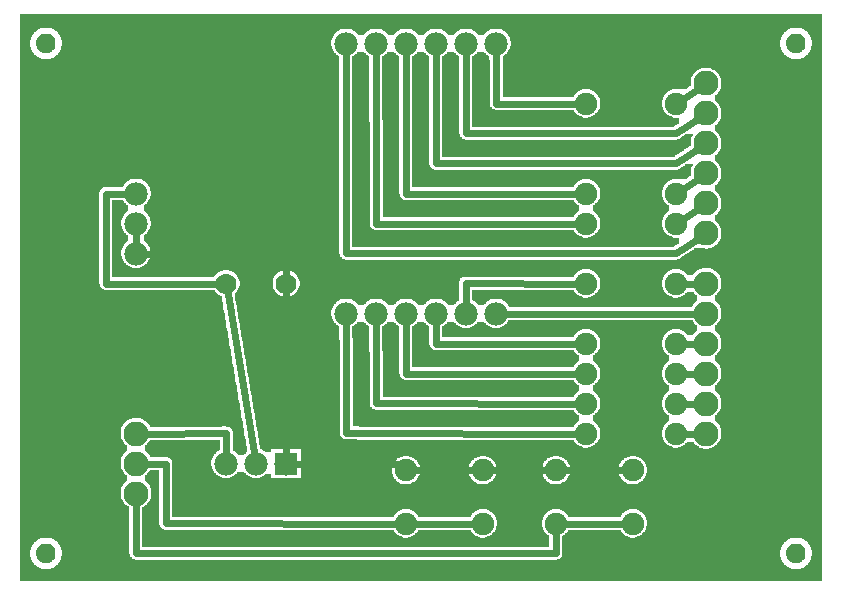
<source format=gbl>
G04 MADE WITH FRITZING*
G04 WWW.FRITZING.ORG*
G04 DOUBLE SIDED*
G04 HOLES PLATED*
G04 CONTOUR ON CENTER OF CONTOUR VECTOR*
%ASAXBY*%
%FSLAX23Y23*%
%MOIN*%
%OFA0B0*%
%SFA1.0B1.0*%
%ADD10C,0.075000*%
%ADD11C,0.070000*%
%ADD12C,0.083307*%
%ADD13C,0.078000*%
%ADD14R,0.078000X0.078000*%
%ADD15C,0.024000*%
%ADD16C,0.000100*%
%LNCOPPER0*%
G90*
G70*
G54D10*
X2027Y1313D03*
X1742Y1833D03*
G54D11*
X727Y1032D03*
X927Y1032D03*
G54D12*
X427Y532D03*
X427Y432D03*
X427Y332D03*
X427Y532D03*
X427Y432D03*
X427Y332D03*
G54D10*
X1927Y1632D03*
X2227Y1632D03*
X1927Y1332D03*
X2227Y1332D03*
X1927Y1232D03*
X2227Y1232D03*
X1927Y1032D03*
X2227Y1032D03*
X1927Y832D03*
X2227Y832D03*
X1927Y732D03*
X2227Y732D03*
X1927Y632D03*
X2227Y632D03*
X1927Y532D03*
X2227Y532D03*
G54D13*
X1627Y1832D03*
X1527Y1832D03*
X1427Y1832D03*
X1327Y1832D03*
X1227Y1832D03*
X1127Y1832D03*
X1127Y932D03*
X1227Y932D03*
X1327Y932D03*
X1427Y932D03*
X1527Y932D03*
X1627Y932D03*
G54D10*
X2083Y232D03*
X1827Y232D03*
X2083Y409D03*
X1827Y409D03*
X1583Y232D03*
X1327Y232D03*
X1583Y409D03*
X1327Y409D03*
G54D13*
X927Y432D03*
X827Y432D03*
X727Y432D03*
X427Y1332D03*
X427Y1232D03*
X427Y1132D03*
X427Y1332D03*
X427Y1232D03*
X427Y1132D03*
G54D12*
X2327Y1032D03*
X2327Y932D03*
X2327Y832D03*
X2327Y732D03*
X2327Y632D03*
X2327Y532D03*
X2327Y1032D03*
X2327Y932D03*
X2327Y832D03*
X2327Y732D03*
X2327Y632D03*
X2327Y532D03*
X2327Y1699D03*
X2327Y1599D03*
X2327Y1499D03*
X2327Y1399D03*
X2327Y1299D03*
X2327Y1199D03*
X2327Y1699D03*
X2327Y1599D03*
X2327Y1499D03*
X2327Y1399D03*
X2327Y1299D03*
X2327Y1199D03*
G54D14*
X927Y432D03*
G54D15*
X927Y451D02*
X927Y1017D01*
D02*
X712Y1032D02*
X327Y1032D01*
D02*
X327Y1032D02*
X327Y1331D01*
D02*
X824Y451D02*
X729Y1017D01*
D02*
X728Y534D02*
X727Y451D01*
D02*
X448Y532D02*
X728Y534D01*
D02*
X526Y233D02*
X1309Y232D01*
D02*
X526Y431D02*
X526Y233D01*
D02*
X448Y432D02*
X526Y431D01*
D02*
X427Y133D02*
X1827Y133D01*
D02*
X1827Y133D02*
X1827Y215D01*
D02*
X427Y311D02*
X427Y133D01*
D02*
X1128Y534D02*
X1909Y532D01*
D02*
X1127Y913D02*
X1128Y534D01*
D02*
X1227Y633D02*
X1909Y632D01*
D02*
X1227Y913D02*
X1227Y633D01*
D02*
X1327Y732D02*
X1909Y732D01*
D02*
X1327Y913D02*
X1327Y732D01*
D02*
X1426Y832D02*
X1909Y832D01*
D02*
X1427Y913D02*
X1426Y832D01*
D02*
X1526Y1033D02*
X1909Y1032D01*
D02*
X1526Y951D02*
X1526Y1033D01*
D02*
X1227Y1232D02*
X1909Y1232D01*
D02*
X1227Y1813D02*
X1227Y1232D01*
D02*
X1327Y1331D02*
X1909Y1332D01*
D02*
X1327Y1813D02*
X1327Y1331D01*
D02*
X1628Y1632D02*
X1909Y1632D01*
D02*
X1627Y1813D02*
X1628Y1632D01*
D02*
X1809Y409D02*
X1600Y409D01*
D02*
X1327Y431D02*
X946Y432D01*
D02*
X1327Y427D02*
X1327Y431D01*
D02*
X327Y1331D02*
X408Y1332D01*
D02*
X928Y1132D02*
X446Y1132D01*
D02*
X927Y1047D02*
X928Y1132D01*
D02*
X2305Y932D02*
X1646Y932D01*
D02*
X2305Y832D02*
X2244Y832D01*
D02*
X2305Y732D02*
X2244Y732D01*
D02*
X2305Y632D02*
X2244Y632D01*
D02*
X2305Y532D02*
X2244Y532D01*
D02*
X2305Y1032D02*
X2244Y1032D01*
D02*
X1127Y1813D02*
X1127Y1133D01*
D02*
X1127Y1133D02*
X2226Y1133D01*
D02*
X2226Y1133D02*
X2309Y1187D01*
D02*
X2241Y1242D02*
X2309Y1287D01*
D02*
X1427Y1813D02*
X1426Y1433D01*
D02*
X1426Y1433D02*
X2226Y1433D01*
D02*
X2226Y1433D02*
X2309Y1487D01*
D02*
X1527Y1813D02*
X1527Y1533D01*
D02*
X1527Y1533D02*
X2226Y1533D01*
D02*
X2226Y1533D02*
X2309Y1587D01*
D02*
X2309Y1387D02*
X2241Y1342D01*
D02*
X2309Y1687D02*
X2241Y1642D01*
D02*
X1565Y409D02*
X1344Y409D01*
D02*
X1565Y232D02*
X1344Y232D01*
D02*
X2065Y409D02*
X1844Y409D01*
D02*
X2065Y232D02*
X1844Y232D01*
D02*
X427Y1151D02*
X427Y1213D01*
G54D16*
G36*
X116Y1865D02*
X116Y1863D01*
X110Y1863D01*
X110Y1861D01*
X108Y1861D01*
X108Y1859D01*
X106Y1859D01*
X106Y1857D01*
X104Y1857D01*
X104Y1855D01*
X102Y1855D01*
X102Y1853D01*
X100Y1853D01*
X100Y1851D01*
X98Y1851D01*
X98Y1847D01*
X96Y1847D01*
X96Y1843D01*
X94Y1843D01*
X94Y1823D01*
X96Y1823D01*
X96Y1817D01*
X98Y1817D01*
X98Y1815D01*
X100Y1815D01*
X100Y1811D01*
X102Y1811D01*
X102Y1809D01*
X104Y1809D01*
X104Y1807D01*
X106Y1807D01*
X106Y1805D01*
X110Y1805D01*
X110Y1803D01*
X114Y1803D01*
X114Y1801D01*
X140Y1801D01*
X140Y1803D01*
X144Y1803D01*
X144Y1805D01*
X146Y1805D01*
X146Y1807D01*
X148Y1807D01*
X148Y1809D01*
X152Y1809D01*
X152Y1813D01*
X154Y1813D01*
X154Y1815D01*
X156Y1815D01*
X156Y1819D01*
X158Y1819D01*
X158Y1847D01*
X156Y1847D01*
X156Y1851D01*
X154Y1851D01*
X154Y1853D01*
X152Y1853D01*
X152Y1855D01*
X150Y1855D01*
X150Y1857D01*
X148Y1857D01*
X148Y1859D01*
X146Y1859D01*
X146Y1861D01*
X142Y1861D01*
X142Y1863D01*
X138Y1863D01*
X138Y1865D01*
X116Y1865D01*
G37*
D02*
G36*
X2616Y1865D02*
X2616Y1863D01*
X2610Y1863D01*
X2610Y1861D01*
X2608Y1861D01*
X2608Y1859D01*
X2606Y1859D01*
X2606Y1857D01*
X2604Y1857D01*
X2604Y1855D01*
X2602Y1855D01*
X2602Y1853D01*
X2600Y1853D01*
X2600Y1851D01*
X2598Y1851D01*
X2598Y1847D01*
X2596Y1847D01*
X2596Y1843D01*
X2594Y1843D01*
X2594Y1823D01*
X2596Y1823D01*
X2596Y1817D01*
X2598Y1817D01*
X2598Y1815D01*
X2600Y1815D01*
X2600Y1811D01*
X2602Y1811D01*
X2602Y1809D01*
X2604Y1809D01*
X2604Y1807D01*
X2606Y1807D01*
X2606Y1805D01*
X2610Y1805D01*
X2610Y1803D01*
X2614Y1803D01*
X2614Y1801D01*
X2640Y1801D01*
X2640Y1803D01*
X2644Y1803D01*
X2644Y1805D01*
X2646Y1805D01*
X2646Y1807D01*
X2648Y1807D01*
X2648Y1809D01*
X2652Y1809D01*
X2652Y1813D01*
X2654Y1813D01*
X2654Y1815D01*
X2656Y1815D01*
X2656Y1819D01*
X2658Y1819D01*
X2658Y1847D01*
X2656Y1847D01*
X2656Y1851D01*
X2654Y1851D01*
X2654Y1853D01*
X2652Y1853D01*
X2652Y1855D01*
X2650Y1855D01*
X2650Y1857D01*
X2648Y1857D01*
X2648Y1859D01*
X2646Y1859D01*
X2646Y1861D01*
X2642Y1861D01*
X2642Y1863D01*
X2638Y1863D01*
X2638Y1865D01*
X2616Y1865D01*
G37*
D02*
G36*
X1166Y1805D02*
X1166Y1803D01*
X1164Y1803D01*
X1164Y1801D01*
X1162Y1801D01*
X1162Y1797D01*
X1158Y1797D01*
X1158Y1795D01*
X1156Y1795D01*
X1156Y1793D01*
X1154Y1793D01*
X1154Y1791D01*
X1150Y1791D01*
X1150Y1789D01*
X1148Y1789D01*
X1148Y1185D01*
X1918Y1185D01*
X1918Y1187D01*
X1912Y1187D01*
X1912Y1189D01*
X1906Y1189D01*
X1906Y1191D01*
X1902Y1191D01*
X1902Y1193D01*
X1900Y1193D01*
X1900Y1195D01*
X1896Y1195D01*
X1896Y1197D01*
X1894Y1197D01*
X1894Y1199D01*
X1892Y1199D01*
X1892Y1201D01*
X1890Y1201D01*
X1890Y1205D01*
X1888Y1205D01*
X1888Y1207D01*
X1886Y1207D01*
X1886Y1211D01*
X1220Y1211D01*
X1220Y1213D01*
X1216Y1213D01*
X1216Y1215D01*
X1214Y1215D01*
X1214Y1217D01*
X1210Y1217D01*
X1210Y1221D01*
X1208Y1221D01*
X1208Y1225D01*
X1206Y1225D01*
X1206Y1569D01*
X1204Y1569D01*
X1204Y1791D01*
X1200Y1791D01*
X1200Y1793D01*
X1198Y1793D01*
X1198Y1795D01*
X1194Y1795D01*
X1194Y1797D01*
X1192Y1797D01*
X1192Y1799D01*
X1190Y1799D01*
X1190Y1801D01*
X1188Y1801D01*
X1188Y1805D01*
X1166Y1805D01*
G37*
D02*
G36*
X1366Y1805D02*
X1366Y1803D01*
X1364Y1803D01*
X1364Y1801D01*
X1362Y1801D01*
X1362Y1797D01*
X1358Y1797D01*
X1358Y1795D01*
X1356Y1795D01*
X1356Y1793D01*
X1354Y1793D01*
X1354Y1791D01*
X1350Y1791D01*
X1350Y1789D01*
X1348Y1789D01*
X1348Y1411D01*
X1420Y1411D01*
X1420Y1413D01*
X1416Y1413D01*
X1416Y1415D01*
X1412Y1415D01*
X1412Y1417D01*
X1410Y1417D01*
X1410Y1419D01*
X1408Y1419D01*
X1408Y1423D01*
X1406Y1423D01*
X1406Y1427D01*
X1404Y1427D01*
X1404Y1791D01*
X1400Y1791D01*
X1400Y1793D01*
X1398Y1793D01*
X1398Y1795D01*
X1394Y1795D01*
X1394Y1797D01*
X1392Y1797D01*
X1392Y1799D01*
X1390Y1799D01*
X1390Y1801D01*
X1388Y1801D01*
X1388Y1805D01*
X1366Y1805D01*
G37*
D02*
G36*
X2262Y1431D02*
X2262Y1429D01*
X2258Y1429D01*
X2258Y1427D01*
X2256Y1427D01*
X2256Y1425D01*
X2252Y1425D01*
X2252Y1423D01*
X2250Y1423D01*
X2250Y1421D01*
X2246Y1421D01*
X2246Y1419D01*
X2244Y1419D01*
X2244Y1417D01*
X2240Y1417D01*
X2240Y1415D01*
X2238Y1415D01*
X2238Y1413D01*
X2232Y1413D01*
X2232Y1411D01*
X2276Y1411D01*
X2276Y1413D01*
X2278Y1413D01*
X2278Y1419D01*
X2280Y1419D01*
X2280Y1423D01*
X2282Y1423D01*
X2282Y1431D01*
X2262Y1431D01*
G37*
D02*
G36*
X1348Y1411D02*
X1348Y1409D01*
X2276Y1409D01*
X2276Y1411D01*
X1348Y1411D01*
G37*
D02*
G36*
X1348Y1411D02*
X1348Y1409D01*
X2276Y1409D01*
X2276Y1411D01*
X1348Y1411D01*
G37*
D02*
G36*
X1348Y1409D02*
X1348Y1381D01*
X2230Y1381D01*
X2230Y1379D01*
X2258Y1379D01*
X2258Y1381D01*
X2262Y1381D01*
X2262Y1383D01*
X2264Y1383D01*
X2264Y1385D01*
X2268Y1385D01*
X2268Y1387D01*
X2270Y1387D01*
X2270Y1389D01*
X2274Y1389D01*
X2274Y1391D01*
X2276Y1391D01*
X2276Y1409D01*
X1348Y1409D01*
G37*
D02*
G36*
X1348Y1381D02*
X1348Y1353D01*
X1396Y1353D01*
X1396Y1355D01*
X1886Y1355D01*
X1886Y1359D01*
X1888Y1359D01*
X1888Y1361D01*
X1890Y1361D01*
X1890Y1363D01*
X1892Y1363D01*
X1892Y1367D01*
X1896Y1367D01*
X1896Y1369D01*
X1898Y1369D01*
X1898Y1371D01*
X1900Y1371D01*
X1900Y1373D01*
X1904Y1373D01*
X1904Y1375D01*
X1908Y1375D01*
X1908Y1377D01*
X1914Y1377D01*
X1914Y1379D01*
X1924Y1379D01*
X1924Y1381D01*
X1348Y1381D01*
G37*
D02*
G36*
X1930Y1381D02*
X1930Y1379D01*
X1940Y1379D01*
X1940Y1377D01*
X1946Y1377D01*
X1946Y1375D01*
X1950Y1375D01*
X1950Y1373D01*
X1954Y1373D01*
X1954Y1371D01*
X1956Y1371D01*
X1956Y1369D01*
X1958Y1369D01*
X1958Y1367D01*
X1960Y1367D01*
X1960Y1365D01*
X1962Y1365D01*
X1962Y1363D01*
X1964Y1363D01*
X1964Y1361D01*
X1966Y1361D01*
X1966Y1357D01*
X1968Y1357D01*
X1968Y1353D01*
X1970Y1353D01*
X1970Y1349D01*
X1972Y1349D01*
X1972Y1343D01*
X1974Y1343D01*
X1974Y1323D01*
X1972Y1323D01*
X1972Y1315D01*
X1970Y1315D01*
X1970Y1311D01*
X1968Y1311D01*
X1968Y1307D01*
X1966Y1307D01*
X1966Y1305D01*
X1964Y1305D01*
X1964Y1303D01*
X1962Y1303D01*
X1962Y1299D01*
X1958Y1299D01*
X1958Y1297D01*
X1956Y1297D01*
X1956Y1295D01*
X1954Y1295D01*
X1954Y1293D01*
X1950Y1293D01*
X1950Y1273D01*
X1954Y1273D01*
X1954Y1271D01*
X1956Y1271D01*
X1956Y1269D01*
X1958Y1269D01*
X1958Y1267D01*
X1960Y1267D01*
X1960Y1265D01*
X1962Y1265D01*
X1962Y1263D01*
X1964Y1263D01*
X1964Y1261D01*
X1966Y1261D01*
X1966Y1257D01*
X1968Y1257D01*
X1968Y1253D01*
X1970Y1253D01*
X1970Y1249D01*
X1972Y1249D01*
X1972Y1243D01*
X1974Y1243D01*
X1974Y1223D01*
X1972Y1223D01*
X1972Y1215D01*
X1970Y1215D01*
X1970Y1211D01*
X1968Y1211D01*
X1968Y1207D01*
X1966Y1207D01*
X1966Y1205D01*
X1964Y1205D01*
X1964Y1203D01*
X1962Y1203D01*
X1962Y1199D01*
X1958Y1199D01*
X1958Y1197D01*
X1956Y1197D01*
X1956Y1195D01*
X1954Y1195D01*
X1954Y1193D01*
X1950Y1193D01*
X1950Y1191D01*
X1948Y1191D01*
X1948Y1189D01*
X1942Y1189D01*
X1942Y1187D01*
X1934Y1187D01*
X1934Y1185D01*
X2218Y1185D01*
X2218Y1187D01*
X2212Y1187D01*
X2212Y1189D01*
X2206Y1189D01*
X2206Y1191D01*
X2202Y1191D01*
X2202Y1193D01*
X2200Y1193D01*
X2200Y1195D01*
X2196Y1195D01*
X2196Y1197D01*
X2194Y1197D01*
X2194Y1199D01*
X2192Y1199D01*
X2192Y1201D01*
X2190Y1201D01*
X2190Y1205D01*
X2188Y1205D01*
X2188Y1207D01*
X2186Y1207D01*
X2186Y1211D01*
X2184Y1211D01*
X2184Y1215D01*
X2182Y1215D01*
X2182Y1221D01*
X2180Y1221D01*
X2180Y1245D01*
X2182Y1245D01*
X2182Y1251D01*
X2184Y1251D01*
X2184Y1255D01*
X2186Y1255D01*
X2186Y1259D01*
X2188Y1259D01*
X2188Y1261D01*
X2190Y1261D01*
X2190Y1263D01*
X2192Y1263D01*
X2192Y1267D01*
X2196Y1267D01*
X2196Y1269D01*
X2198Y1269D01*
X2198Y1271D01*
X2200Y1271D01*
X2200Y1273D01*
X2202Y1273D01*
X2202Y1293D01*
X2200Y1293D01*
X2200Y1295D01*
X2196Y1295D01*
X2196Y1297D01*
X2194Y1297D01*
X2194Y1299D01*
X2192Y1299D01*
X2192Y1301D01*
X2190Y1301D01*
X2190Y1305D01*
X2188Y1305D01*
X2188Y1307D01*
X2186Y1307D01*
X2186Y1311D01*
X2184Y1311D01*
X2184Y1315D01*
X2182Y1315D01*
X2182Y1321D01*
X2180Y1321D01*
X2180Y1345D01*
X2182Y1345D01*
X2182Y1351D01*
X2184Y1351D01*
X2184Y1355D01*
X2186Y1355D01*
X2186Y1359D01*
X2188Y1359D01*
X2188Y1361D01*
X2190Y1361D01*
X2190Y1363D01*
X2192Y1363D01*
X2192Y1367D01*
X2196Y1367D01*
X2196Y1369D01*
X2198Y1369D01*
X2198Y1371D01*
X2200Y1371D01*
X2200Y1373D01*
X2204Y1373D01*
X2204Y1375D01*
X2208Y1375D01*
X2208Y1377D01*
X2214Y1377D01*
X2214Y1379D01*
X2224Y1379D01*
X2224Y1381D01*
X1930Y1381D01*
G37*
D02*
G36*
X1148Y1185D02*
X1148Y1183D01*
X2238Y1183D01*
X2238Y1185D01*
X1148Y1185D01*
G37*
D02*
G36*
X1148Y1185D02*
X1148Y1183D01*
X2238Y1183D01*
X2238Y1185D01*
X1148Y1185D01*
G37*
D02*
G36*
X1148Y1183D02*
X1148Y1155D01*
X2220Y1155D01*
X2220Y1157D01*
X2224Y1157D01*
X2224Y1159D01*
X2226Y1159D01*
X2226Y1161D01*
X2230Y1161D01*
X2230Y1163D01*
X2232Y1163D01*
X2232Y1165D01*
X2236Y1165D01*
X2236Y1167D01*
X2238Y1167D01*
X2238Y1183D01*
X1148Y1183D01*
G37*
D02*
G36*
X1266Y1805D02*
X1266Y1803D01*
X1264Y1803D01*
X1264Y1801D01*
X1262Y1801D01*
X1262Y1797D01*
X1258Y1797D01*
X1258Y1795D01*
X1256Y1795D01*
X1256Y1793D01*
X1254Y1793D01*
X1254Y1791D01*
X1250Y1791D01*
X1250Y1789D01*
X1248Y1789D01*
X1248Y1577D01*
X1250Y1577D01*
X1250Y1309D01*
X1326Y1309D01*
X1326Y1311D01*
X1318Y1311D01*
X1318Y1313D01*
X1314Y1313D01*
X1314Y1315D01*
X1312Y1315D01*
X1312Y1317D01*
X1310Y1317D01*
X1310Y1319D01*
X1308Y1319D01*
X1308Y1323D01*
X1306Y1323D01*
X1306Y1329D01*
X1304Y1329D01*
X1304Y1791D01*
X1300Y1791D01*
X1300Y1793D01*
X1298Y1793D01*
X1298Y1795D01*
X1294Y1795D01*
X1294Y1797D01*
X1292Y1797D01*
X1292Y1799D01*
X1290Y1799D01*
X1290Y1801D01*
X1288Y1801D01*
X1288Y1805D01*
X1266Y1805D01*
G37*
D02*
G36*
X1404Y1311D02*
X1404Y1309D01*
X1886Y1309D01*
X1886Y1311D01*
X1404Y1311D01*
G37*
D02*
G36*
X1250Y1309D02*
X1250Y1307D01*
X1886Y1307D01*
X1886Y1309D01*
X1250Y1309D01*
G37*
D02*
G36*
X1250Y1309D02*
X1250Y1307D01*
X1886Y1307D01*
X1886Y1309D01*
X1250Y1309D01*
G37*
D02*
G36*
X1250Y1307D02*
X1250Y1255D01*
X1886Y1255D01*
X1886Y1259D01*
X1888Y1259D01*
X1888Y1261D01*
X1890Y1261D01*
X1890Y1263D01*
X1892Y1263D01*
X1892Y1267D01*
X1896Y1267D01*
X1896Y1269D01*
X1898Y1269D01*
X1898Y1271D01*
X1900Y1271D01*
X1900Y1273D01*
X1902Y1273D01*
X1902Y1293D01*
X1900Y1293D01*
X1900Y1295D01*
X1896Y1295D01*
X1896Y1297D01*
X1894Y1297D01*
X1894Y1299D01*
X1892Y1299D01*
X1892Y1301D01*
X1890Y1301D01*
X1890Y1305D01*
X1888Y1305D01*
X1888Y1307D01*
X1250Y1307D01*
G37*
D02*
G36*
X1466Y1805D02*
X1466Y1803D01*
X1464Y1803D01*
X1464Y1801D01*
X1462Y1801D01*
X1462Y1797D01*
X1458Y1797D01*
X1458Y1795D01*
X1456Y1795D01*
X1456Y1793D01*
X1454Y1793D01*
X1454Y1791D01*
X1450Y1791D01*
X1450Y1789D01*
X1448Y1789D01*
X1448Y1511D01*
X1524Y1511D01*
X1524Y1513D01*
X1516Y1513D01*
X1516Y1515D01*
X1514Y1515D01*
X1514Y1517D01*
X1512Y1517D01*
X1512Y1519D01*
X1510Y1519D01*
X1510Y1521D01*
X1508Y1521D01*
X1508Y1523D01*
X1506Y1523D01*
X1506Y1531D01*
X1504Y1531D01*
X1504Y1791D01*
X1500Y1791D01*
X1500Y1793D01*
X1498Y1793D01*
X1498Y1795D01*
X1494Y1795D01*
X1494Y1797D01*
X1492Y1797D01*
X1492Y1799D01*
X1490Y1799D01*
X1490Y1801D01*
X1488Y1801D01*
X1488Y1805D01*
X1466Y1805D01*
G37*
D02*
G36*
X2260Y1531D02*
X2260Y1529D01*
X2258Y1529D01*
X2258Y1527D01*
X2254Y1527D01*
X2254Y1525D01*
X2252Y1525D01*
X2252Y1523D01*
X2248Y1523D01*
X2248Y1521D01*
X2246Y1521D01*
X2246Y1519D01*
X2242Y1519D01*
X2242Y1517D01*
X2240Y1517D01*
X2240Y1515D01*
X2236Y1515D01*
X2236Y1513D01*
X2230Y1513D01*
X2230Y1511D01*
X2276Y1511D01*
X2276Y1513D01*
X2278Y1513D01*
X2278Y1519D01*
X2280Y1519D01*
X2280Y1523D01*
X2282Y1523D01*
X2282Y1531D01*
X2260Y1531D01*
G37*
D02*
G36*
X1448Y1511D02*
X1448Y1509D01*
X2276Y1509D01*
X2276Y1511D01*
X1448Y1511D01*
G37*
D02*
G36*
X1448Y1511D02*
X1448Y1509D01*
X2276Y1509D01*
X2276Y1511D01*
X1448Y1511D01*
G37*
D02*
G36*
X1448Y1509D02*
X1448Y1455D01*
X2222Y1455D01*
X2222Y1457D01*
X2224Y1457D01*
X2224Y1459D01*
X2228Y1459D01*
X2228Y1461D01*
X2230Y1461D01*
X2230Y1463D01*
X2234Y1463D01*
X2234Y1465D01*
X2236Y1465D01*
X2236Y1467D01*
X2240Y1467D01*
X2240Y1469D01*
X2242Y1469D01*
X2242Y1471D01*
X2246Y1471D01*
X2246Y1473D01*
X2248Y1473D01*
X2248Y1475D01*
X2252Y1475D01*
X2252Y1477D01*
X2254Y1477D01*
X2254Y1479D01*
X2258Y1479D01*
X2258Y1481D01*
X2260Y1481D01*
X2260Y1483D01*
X2264Y1483D01*
X2264Y1485D01*
X2266Y1485D01*
X2266Y1487D01*
X2270Y1487D01*
X2270Y1489D01*
X2272Y1489D01*
X2272Y1491D01*
X2276Y1491D01*
X2276Y1509D01*
X1448Y1509D01*
G37*
D02*
G36*
X1166Y905D02*
X1166Y903D01*
X1164Y903D01*
X1164Y901D01*
X1162Y901D01*
X1162Y897D01*
X1158Y897D01*
X1158Y895D01*
X1156Y895D01*
X1156Y893D01*
X1154Y893D01*
X1154Y891D01*
X1150Y891D01*
X1150Y889D01*
X1148Y889D01*
X1148Y849D01*
X1150Y849D01*
X1150Y557D01*
X1170Y557D01*
X1170Y555D01*
X1886Y555D01*
X1886Y559D01*
X1888Y559D01*
X1888Y561D01*
X1890Y561D01*
X1890Y563D01*
X1892Y563D01*
X1892Y567D01*
X1896Y567D01*
X1896Y569D01*
X1898Y569D01*
X1898Y571D01*
X1900Y571D01*
X1900Y573D01*
X1902Y573D01*
X1902Y593D01*
X1900Y593D01*
X1900Y595D01*
X1896Y595D01*
X1896Y597D01*
X1894Y597D01*
X1894Y599D01*
X1892Y599D01*
X1892Y601D01*
X1890Y601D01*
X1890Y605D01*
X1888Y605D01*
X1888Y607D01*
X1886Y607D01*
X1886Y611D01*
X1222Y611D01*
X1222Y613D01*
X1218Y613D01*
X1218Y615D01*
X1214Y615D01*
X1214Y617D01*
X1212Y617D01*
X1212Y619D01*
X1210Y619D01*
X1210Y621D01*
X1208Y621D01*
X1208Y625D01*
X1206Y625D01*
X1206Y803D01*
X1204Y803D01*
X1204Y891D01*
X1200Y891D01*
X1200Y893D01*
X1196Y893D01*
X1196Y895D01*
X1194Y895D01*
X1194Y897D01*
X1192Y897D01*
X1192Y899D01*
X1190Y899D01*
X1190Y901D01*
X1188Y901D01*
X1188Y905D01*
X1166Y905D01*
G37*
D02*
G36*
X1266Y905D02*
X1266Y903D01*
X1264Y903D01*
X1264Y901D01*
X1262Y901D01*
X1262Y897D01*
X1258Y897D01*
X1258Y895D01*
X1256Y895D01*
X1256Y893D01*
X1254Y893D01*
X1254Y891D01*
X1250Y891D01*
X1250Y889D01*
X1248Y889D01*
X1248Y807D01*
X1250Y807D01*
X1250Y655D01*
X1886Y655D01*
X1886Y659D01*
X1888Y659D01*
X1888Y661D01*
X1890Y661D01*
X1890Y663D01*
X1892Y663D01*
X1892Y667D01*
X1896Y667D01*
X1896Y669D01*
X1898Y669D01*
X1898Y671D01*
X1900Y671D01*
X1900Y673D01*
X1902Y673D01*
X1902Y693D01*
X1900Y693D01*
X1900Y695D01*
X1896Y695D01*
X1896Y697D01*
X1894Y697D01*
X1894Y699D01*
X1892Y699D01*
X1892Y701D01*
X1890Y701D01*
X1890Y705D01*
X1888Y705D01*
X1888Y707D01*
X1886Y707D01*
X1886Y711D01*
X1320Y711D01*
X1320Y713D01*
X1316Y713D01*
X1316Y715D01*
X1312Y715D01*
X1312Y717D01*
X1310Y717D01*
X1310Y719D01*
X1308Y719D01*
X1308Y723D01*
X1306Y723D01*
X1306Y731D01*
X1304Y731D01*
X1304Y891D01*
X1300Y891D01*
X1300Y893D01*
X1296Y893D01*
X1296Y895D01*
X1294Y895D01*
X1294Y897D01*
X1292Y897D01*
X1292Y899D01*
X1290Y899D01*
X1290Y901D01*
X1288Y901D01*
X1288Y905D01*
X1266Y905D01*
G37*
D02*
G36*
X1366Y905D02*
X1366Y903D01*
X1364Y903D01*
X1364Y901D01*
X1362Y901D01*
X1362Y897D01*
X1358Y897D01*
X1358Y895D01*
X1356Y895D01*
X1356Y893D01*
X1354Y893D01*
X1354Y891D01*
X1350Y891D01*
X1350Y889D01*
X1348Y889D01*
X1348Y755D01*
X1886Y755D01*
X1886Y759D01*
X1888Y759D01*
X1888Y761D01*
X1890Y761D01*
X1890Y763D01*
X1892Y763D01*
X1892Y767D01*
X1896Y767D01*
X1896Y769D01*
X1898Y769D01*
X1898Y771D01*
X1900Y771D01*
X1900Y773D01*
X1902Y773D01*
X1902Y793D01*
X1900Y793D01*
X1900Y795D01*
X1896Y795D01*
X1896Y797D01*
X1894Y797D01*
X1894Y799D01*
X1892Y799D01*
X1892Y801D01*
X1890Y801D01*
X1890Y805D01*
X1888Y805D01*
X1888Y807D01*
X1886Y807D01*
X1886Y811D01*
X1418Y811D01*
X1418Y813D01*
X1414Y813D01*
X1414Y815D01*
X1412Y815D01*
X1412Y817D01*
X1410Y817D01*
X1410Y819D01*
X1408Y819D01*
X1408Y821D01*
X1406Y821D01*
X1406Y827D01*
X1404Y827D01*
X1404Y891D01*
X1400Y891D01*
X1400Y893D01*
X1396Y893D01*
X1396Y895D01*
X1394Y895D01*
X1394Y897D01*
X1392Y897D01*
X1392Y899D01*
X1390Y899D01*
X1390Y901D01*
X1388Y901D01*
X1388Y905D01*
X1366Y905D01*
G37*
D02*
G36*
X40Y1929D02*
X40Y1885D01*
X2640Y1885D01*
X2640Y1883D01*
X2646Y1883D01*
X2646Y1881D01*
X2650Y1881D01*
X2650Y1879D01*
X2654Y1879D01*
X2654Y1877D01*
X2658Y1877D01*
X2658Y1875D01*
X2660Y1875D01*
X2660Y1873D01*
X2662Y1873D01*
X2662Y1871D01*
X2664Y1871D01*
X2664Y1869D01*
X2666Y1869D01*
X2666Y1867D01*
X2668Y1867D01*
X2668Y1865D01*
X2670Y1865D01*
X2670Y1861D01*
X2672Y1861D01*
X2672Y1859D01*
X2674Y1859D01*
X2674Y1855D01*
X2676Y1855D01*
X2676Y1849D01*
X2678Y1849D01*
X2678Y1843D01*
X2680Y1843D01*
X2680Y1823D01*
X2678Y1823D01*
X2678Y1815D01*
X2676Y1815D01*
X2676Y1811D01*
X2674Y1811D01*
X2674Y1807D01*
X2672Y1807D01*
X2672Y1803D01*
X2670Y1803D01*
X2670Y1801D01*
X2668Y1801D01*
X2668Y1799D01*
X2666Y1799D01*
X2666Y1795D01*
X2664Y1795D01*
X2664Y1793D01*
X2660Y1793D01*
X2660Y1791D01*
X2658Y1791D01*
X2658Y1789D01*
X2656Y1789D01*
X2656Y1787D01*
X2652Y1787D01*
X2652Y1785D01*
X2648Y1785D01*
X2648Y1783D01*
X2642Y1783D01*
X2642Y1781D01*
X2634Y1781D01*
X2634Y1779D01*
X2714Y1779D01*
X2714Y1929D01*
X40Y1929D01*
G37*
D02*
G36*
X40Y1885D02*
X40Y1779D01*
X120Y1779D01*
X120Y1781D01*
X110Y1781D01*
X110Y1783D01*
X106Y1783D01*
X106Y1785D01*
X102Y1785D01*
X102Y1787D01*
X98Y1787D01*
X98Y1789D01*
X96Y1789D01*
X96Y1791D01*
X92Y1791D01*
X92Y1793D01*
X90Y1793D01*
X90Y1795D01*
X88Y1795D01*
X88Y1797D01*
X86Y1797D01*
X86Y1799D01*
X84Y1799D01*
X84Y1803D01*
X82Y1803D01*
X82Y1805D01*
X80Y1805D01*
X80Y1809D01*
X78Y1809D01*
X78Y1815D01*
X76Y1815D01*
X76Y1821D01*
X74Y1821D01*
X74Y1845D01*
X76Y1845D01*
X76Y1851D01*
X78Y1851D01*
X78Y1855D01*
X80Y1855D01*
X80Y1859D01*
X82Y1859D01*
X82Y1863D01*
X84Y1863D01*
X84Y1865D01*
X86Y1865D01*
X86Y1867D01*
X88Y1867D01*
X88Y1871D01*
X92Y1871D01*
X92Y1873D01*
X94Y1873D01*
X94Y1875D01*
X96Y1875D01*
X96Y1877D01*
X100Y1877D01*
X100Y1879D01*
X104Y1879D01*
X104Y1881D01*
X108Y1881D01*
X108Y1883D01*
X114Y1883D01*
X114Y1885D01*
X40Y1885D01*
G37*
D02*
G36*
X140Y1885D02*
X140Y1883D01*
X146Y1883D01*
X146Y1881D01*
X1638Y1881D01*
X1638Y1879D01*
X1646Y1879D01*
X1646Y1877D01*
X1650Y1877D01*
X1650Y1875D01*
X1652Y1875D01*
X1652Y1873D01*
X1656Y1873D01*
X1656Y1871D01*
X1658Y1871D01*
X1658Y1869D01*
X1660Y1869D01*
X1660Y1867D01*
X1662Y1867D01*
X1662Y1865D01*
X1664Y1865D01*
X1664Y1863D01*
X1666Y1863D01*
X1666Y1861D01*
X1668Y1861D01*
X1668Y1857D01*
X1670Y1857D01*
X1670Y1853D01*
X1672Y1853D01*
X1672Y1847D01*
X1674Y1847D01*
X1674Y1841D01*
X1676Y1841D01*
X1676Y1825D01*
X1674Y1825D01*
X1674Y1817D01*
X1672Y1817D01*
X1672Y1813D01*
X1670Y1813D01*
X1670Y1809D01*
X1668Y1809D01*
X1668Y1805D01*
X1666Y1805D01*
X1666Y1803D01*
X1664Y1803D01*
X1664Y1801D01*
X1662Y1801D01*
X1662Y1797D01*
X1658Y1797D01*
X1658Y1795D01*
X1656Y1795D01*
X1656Y1793D01*
X1654Y1793D01*
X1654Y1791D01*
X1650Y1791D01*
X1650Y1779D01*
X2620Y1779D01*
X2620Y1781D01*
X2610Y1781D01*
X2610Y1783D01*
X2606Y1783D01*
X2606Y1785D01*
X2602Y1785D01*
X2602Y1787D01*
X2598Y1787D01*
X2598Y1789D01*
X2596Y1789D01*
X2596Y1791D01*
X2592Y1791D01*
X2592Y1793D01*
X2590Y1793D01*
X2590Y1795D01*
X2588Y1795D01*
X2588Y1797D01*
X2586Y1797D01*
X2586Y1799D01*
X2584Y1799D01*
X2584Y1803D01*
X2582Y1803D01*
X2582Y1805D01*
X2580Y1805D01*
X2580Y1809D01*
X2578Y1809D01*
X2578Y1815D01*
X2576Y1815D01*
X2576Y1821D01*
X2574Y1821D01*
X2574Y1845D01*
X2576Y1845D01*
X2576Y1851D01*
X2578Y1851D01*
X2578Y1855D01*
X2580Y1855D01*
X2580Y1859D01*
X2582Y1859D01*
X2582Y1863D01*
X2584Y1863D01*
X2584Y1865D01*
X2586Y1865D01*
X2586Y1867D01*
X2588Y1867D01*
X2588Y1871D01*
X2592Y1871D01*
X2592Y1873D01*
X2594Y1873D01*
X2594Y1875D01*
X2596Y1875D01*
X2596Y1877D01*
X2600Y1877D01*
X2600Y1879D01*
X2604Y1879D01*
X2604Y1881D01*
X2608Y1881D01*
X2608Y1883D01*
X2614Y1883D01*
X2614Y1885D01*
X140Y1885D01*
G37*
D02*
G36*
X150Y1881D02*
X150Y1879D01*
X154Y1879D01*
X154Y1877D01*
X158Y1877D01*
X158Y1875D01*
X160Y1875D01*
X160Y1873D01*
X162Y1873D01*
X162Y1871D01*
X164Y1871D01*
X164Y1869D01*
X166Y1869D01*
X166Y1867D01*
X168Y1867D01*
X168Y1865D01*
X170Y1865D01*
X170Y1861D01*
X172Y1861D01*
X172Y1859D01*
X174Y1859D01*
X174Y1855D01*
X176Y1855D01*
X176Y1849D01*
X178Y1849D01*
X178Y1843D01*
X180Y1843D01*
X180Y1823D01*
X178Y1823D01*
X178Y1815D01*
X176Y1815D01*
X176Y1811D01*
X174Y1811D01*
X174Y1807D01*
X172Y1807D01*
X172Y1803D01*
X170Y1803D01*
X170Y1801D01*
X168Y1801D01*
X168Y1799D01*
X166Y1799D01*
X166Y1795D01*
X164Y1795D01*
X164Y1793D01*
X160Y1793D01*
X160Y1791D01*
X158Y1791D01*
X158Y1789D01*
X156Y1789D01*
X156Y1787D01*
X152Y1787D01*
X152Y1785D01*
X148Y1785D01*
X148Y1783D01*
X142Y1783D01*
X142Y1781D01*
X134Y1781D01*
X134Y1779D01*
X1104Y1779D01*
X1104Y1791D01*
X1100Y1791D01*
X1100Y1793D01*
X1098Y1793D01*
X1098Y1795D01*
X1094Y1795D01*
X1094Y1797D01*
X1092Y1797D01*
X1092Y1799D01*
X1090Y1799D01*
X1090Y1801D01*
X1088Y1801D01*
X1088Y1805D01*
X1086Y1805D01*
X1086Y1807D01*
X1084Y1807D01*
X1084Y1811D01*
X1082Y1811D01*
X1082Y1815D01*
X1080Y1815D01*
X1080Y1823D01*
X1078Y1823D01*
X1078Y1843D01*
X1080Y1843D01*
X1080Y1849D01*
X1082Y1849D01*
X1082Y1855D01*
X1084Y1855D01*
X1084Y1857D01*
X1086Y1857D01*
X1086Y1861D01*
X1088Y1861D01*
X1088Y1863D01*
X1090Y1863D01*
X1090Y1867D01*
X1092Y1867D01*
X1092Y1869D01*
X1096Y1869D01*
X1096Y1871D01*
X1098Y1871D01*
X1098Y1873D01*
X1100Y1873D01*
X1100Y1875D01*
X1104Y1875D01*
X1104Y1877D01*
X1108Y1877D01*
X1108Y1879D01*
X1114Y1879D01*
X1114Y1881D01*
X150Y1881D01*
G37*
D02*
G36*
X1138Y1881D02*
X1138Y1879D01*
X1146Y1879D01*
X1146Y1877D01*
X1150Y1877D01*
X1150Y1875D01*
X1152Y1875D01*
X1152Y1873D01*
X1156Y1873D01*
X1156Y1871D01*
X1158Y1871D01*
X1158Y1869D01*
X1160Y1869D01*
X1160Y1867D01*
X1162Y1867D01*
X1162Y1865D01*
X1164Y1865D01*
X1164Y1863D01*
X1166Y1863D01*
X1166Y1861D01*
X1188Y1861D01*
X1188Y1863D01*
X1190Y1863D01*
X1190Y1867D01*
X1192Y1867D01*
X1192Y1869D01*
X1196Y1869D01*
X1196Y1871D01*
X1198Y1871D01*
X1198Y1873D01*
X1200Y1873D01*
X1200Y1875D01*
X1204Y1875D01*
X1204Y1877D01*
X1208Y1877D01*
X1208Y1879D01*
X1214Y1879D01*
X1214Y1881D01*
X1138Y1881D01*
G37*
D02*
G36*
X1238Y1881D02*
X1238Y1879D01*
X1246Y1879D01*
X1246Y1877D01*
X1250Y1877D01*
X1250Y1875D01*
X1252Y1875D01*
X1252Y1873D01*
X1256Y1873D01*
X1256Y1871D01*
X1258Y1871D01*
X1258Y1869D01*
X1260Y1869D01*
X1260Y1867D01*
X1262Y1867D01*
X1262Y1865D01*
X1264Y1865D01*
X1264Y1863D01*
X1266Y1863D01*
X1266Y1861D01*
X1288Y1861D01*
X1288Y1863D01*
X1290Y1863D01*
X1290Y1867D01*
X1292Y1867D01*
X1292Y1869D01*
X1296Y1869D01*
X1296Y1871D01*
X1298Y1871D01*
X1298Y1873D01*
X1300Y1873D01*
X1300Y1875D01*
X1304Y1875D01*
X1304Y1877D01*
X1308Y1877D01*
X1308Y1879D01*
X1314Y1879D01*
X1314Y1881D01*
X1238Y1881D01*
G37*
D02*
G36*
X1338Y1881D02*
X1338Y1879D01*
X1346Y1879D01*
X1346Y1877D01*
X1350Y1877D01*
X1350Y1875D01*
X1352Y1875D01*
X1352Y1873D01*
X1356Y1873D01*
X1356Y1871D01*
X1358Y1871D01*
X1358Y1869D01*
X1360Y1869D01*
X1360Y1867D01*
X1362Y1867D01*
X1362Y1865D01*
X1364Y1865D01*
X1364Y1863D01*
X1366Y1863D01*
X1366Y1861D01*
X1388Y1861D01*
X1388Y1863D01*
X1390Y1863D01*
X1390Y1867D01*
X1392Y1867D01*
X1392Y1869D01*
X1396Y1869D01*
X1396Y1871D01*
X1398Y1871D01*
X1398Y1873D01*
X1400Y1873D01*
X1400Y1875D01*
X1404Y1875D01*
X1404Y1877D01*
X1408Y1877D01*
X1408Y1879D01*
X1414Y1879D01*
X1414Y1881D01*
X1338Y1881D01*
G37*
D02*
G36*
X1438Y1881D02*
X1438Y1879D01*
X1446Y1879D01*
X1446Y1877D01*
X1450Y1877D01*
X1450Y1875D01*
X1452Y1875D01*
X1452Y1873D01*
X1456Y1873D01*
X1456Y1871D01*
X1458Y1871D01*
X1458Y1869D01*
X1460Y1869D01*
X1460Y1867D01*
X1462Y1867D01*
X1462Y1865D01*
X1464Y1865D01*
X1464Y1863D01*
X1466Y1863D01*
X1466Y1861D01*
X1488Y1861D01*
X1488Y1863D01*
X1490Y1863D01*
X1490Y1867D01*
X1492Y1867D01*
X1492Y1869D01*
X1496Y1869D01*
X1496Y1871D01*
X1498Y1871D01*
X1498Y1873D01*
X1500Y1873D01*
X1500Y1875D01*
X1504Y1875D01*
X1504Y1877D01*
X1508Y1877D01*
X1508Y1879D01*
X1514Y1879D01*
X1514Y1881D01*
X1438Y1881D01*
G37*
D02*
G36*
X1538Y1881D02*
X1538Y1879D01*
X1546Y1879D01*
X1546Y1877D01*
X1550Y1877D01*
X1550Y1875D01*
X1552Y1875D01*
X1552Y1873D01*
X1556Y1873D01*
X1556Y1871D01*
X1558Y1871D01*
X1558Y1869D01*
X1560Y1869D01*
X1560Y1867D01*
X1562Y1867D01*
X1562Y1865D01*
X1564Y1865D01*
X1564Y1863D01*
X1566Y1863D01*
X1566Y1861D01*
X1588Y1861D01*
X1588Y1863D01*
X1590Y1863D01*
X1590Y1867D01*
X1592Y1867D01*
X1592Y1869D01*
X1596Y1869D01*
X1596Y1871D01*
X1598Y1871D01*
X1598Y1873D01*
X1600Y1873D01*
X1600Y1875D01*
X1604Y1875D01*
X1604Y1877D01*
X1608Y1877D01*
X1608Y1879D01*
X1614Y1879D01*
X1614Y1881D01*
X1538Y1881D01*
G37*
D02*
G36*
X1566Y1805D02*
X1566Y1803D01*
X1564Y1803D01*
X1564Y1801D01*
X1562Y1801D01*
X1562Y1797D01*
X1558Y1797D01*
X1558Y1795D01*
X1556Y1795D01*
X1556Y1793D01*
X1554Y1793D01*
X1554Y1791D01*
X1550Y1791D01*
X1550Y1789D01*
X1548Y1789D01*
X1548Y1585D01*
X1918Y1585D01*
X1918Y1587D01*
X1912Y1587D01*
X1912Y1589D01*
X1906Y1589D01*
X1906Y1591D01*
X1902Y1591D01*
X1902Y1593D01*
X1900Y1593D01*
X1900Y1595D01*
X1896Y1595D01*
X1896Y1597D01*
X1894Y1597D01*
X1894Y1599D01*
X1892Y1599D01*
X1892Y1601D01*
X1890Y1601D01*
X1890Y1605D01*
X1888Y1605D01*
X1888Y1607D01*
X1886Y1607D01*
X1886Y1611D01*
X1622Y1611D01*
X1622Y1613D01*
X1616Y1613D01*
X1616Y1615D01*
X1614Y1615D01*
X1614Y1617D01*
X1612Y1617D01*
X1612Y1619D01*
X1610Y1619D01*
X1610Y1621D01*
X1608Y1621D01*
X1608Y1625D01*
X1606Y1625D01*
X1606Y1777D01*
X1604Y1777D01*
X1604Y1791D01*
X1600Y1791D01*
X1600Y1793D01*
X1598Y1793D01*
X1598Y1795D01*
X1594Y1795D01*
X1594Y1797D01*
X1592Y1797D01*
X1592Y1799D01*
X1590Y1799D01*
X1590Y1801D01*
X1588Y1801D01*
X1588Y1805D01*
X1566Y1805D01*
G37*
D02*
G36*
X40Y1779D02*
X40Y1777D01*
X1104Y1777D01*
X1104Y1779D01*
X40Y1779D01*
G37*
D02*
G36*
X40Y1779D02*
X40Y1777D01*
X1104Y1777D01*
X1104Y1779D01*
X40Y1779D01*
G37*
D02*
G36*
X1650Y1779D02*
X1650Y1777D01*
X2714Y1777D01*
X2714Y1779D01*
X1650Y1779D01*
G37*
D02*
G36*
X1650Y1779D02*
X1650Y1777D01*
X2714Y1777D01*
X2714Y1779D01*
X1650Y1779D01*
G37*
D02*
G36*
X40Y1777D02*
X40Y1381D01*
X438Y1381D01*
X438Y1379D01*
X446Y1379D01*
X446Y1377D01*
X450Y1377D01*
X450Y1375D01*
X452Y1375D01*
X452Y1373D01*
X456Y1373D01*
X456Y1371D01*
X458Y1371D01*
X458Y1369D01*
X460Y1369D01*
X460Y1367D01*
X462Y1367D01*
X462Y1365D01*
X464Y1365D01*
X464Y1363D01*
X466Y1363D01*
X466Y1361D01*
X468Y1361D01*
X468Y1357D01*
X470Y1357D01*
X470Y1353D01*
X472Y1353D01*
X472Y1347D01*
X474Y1347D01*
X474Y1341D01*
X476Y1341D01*
X476Y1325D01*
X474Y1325D01*
X474Y1317D01*
X472Y1317D01*
X472Y1313D01*
X470Y1313D01*
X470Y1309D01*
X468Y1309D01*
X468Y1305D01*
X466Y1305D01*
X466Y1303D01*
X464Y1303D01*
X464Y1301D01*
X462Y1301D01*
X462Y1297D01*
X458Y1297D01*
X458Y1295D01*
X456Y1295D01*
X456Y1293D01*
X454Y1293D01*
X454Y1273D01*
X456Y1273D01*
X456Y1271D01*
X458Y1271D01*
X458Y1269D01*
X460Y1269D01*
X460Y1267D01*
X462Y1267D01*
X462Y1265D01*
X464Y1265D01*
X464Y1263D01*
X466Y1263D01*
X466Y1261D01*
X468Y1261D01*
X468Y1257D01*
X470Y1257D01*
X470Y1253D01*
X472Y1253D01*
X472Y1247D01*
X474Y1247D01*
X474Y1241D01*
X476Y1241D01*
X476Y1225D01*
X474Y1225D01*
X474Y1217D01*
X472Y1217D01*
X472Y1213D01*
X470Y1213D01*
X470Y1209D01*
X468Y1209D01*
X468Y1205D01*
X466Y1205D01*
X466Y1203D01*
X464Y1203D01*
X464Y1201D01*
X462Y1201D01*
X462Y1197D01*
X458Y1197D01*
X458Y1195D01*
X456Y1195D01*
X456Y1193D01*
X454Y1193D01*
X454Y1173D01*
X456Y1173D01*
X456Y1171D01*
X458Y1171D01*
X458Y1169D01*
X460Y1169D01*
X460Y1167D01*
X462Y1167D01*
X462Y1165D01*
X464Y1165D01*
X464Y1163D01*
X466Y1163D01*
X466Y1161D01*
X468Y1161D01*
X468Y1157D01*
X470Y1157D01*
X470Y1153D01*
X472Y1153D01*
X472Y1147D01*
X474Y1147D01*
X474Y1141D01*
X476Y1141D01*
X476Y1125D01*
X474Y1125D01*
X474Y1117D01*
X472Y1117D01*
X472Y1113D01*
X470Y1113D01*
X470Y1111D01*
X1122Y1111D01*
X1122Y1113D01*
X1116Y1113D01*
X1116Y1115D01*
X1114Y1115D01*
X1114Y1117D01*
X1112Y1117D01*
X1112Y1119D01*
X1110Y1119D01*
X1110Y1121D01*
X1108Y1121D01*
X1108Y1123D01*
X1106Y1123D01*
X1106Y1129D01*
X1104Y1129D01*
X1104Y1777D01*
X40Y1777D01*
G37*
D02*
G36*
X1650Y1777D02*
X1650Y1751D01*
X2336Y1751D01*
X2336Y1749D01*
X2344Y1749D01*
X2344Y1747D01*
X2348Y1747D01*
X2348Y1745D01*
X2352Y1745D01*
X2352Y1743D01*
X2356Y1743D01*
X2356Y1741D01*
X2358Y1741D01*
X2358Y1739D01*
X2360Y1739D01*
X2360Y1737D01*
X2362Y1737D01*
X2362Y1735D01*
X2364Y1735D01*
X2364Y1733D01*
X2366Y1733D01*
X2366Y1731D01*
X2368Y1731D01*
X2368Y1729D01*
X2370Y1729D01*
X2370Y1725D01*
X2372Y1725D01*
X2372Y1721D01*
X2374Y1721D01*
X2374Y1717D01*
X2376Y1717D01*
X2376Y1711D01*
X2378Y1711D01*
X2378Y1689D01*
X2376Y1689D01*
X2376Y1681D01*
X2374Y1681D01*
X2374Y1677D01*
X2372Y1677D01*
X2372Y1673D01*
X2370Y1673D01*
X2370Y1669D01*
X2368Y1669D01*
X2368Y1667D01*
X2366Y1667D01*
X2366Y1665D01*
X2364Y1665D01*
X2364Y1663D01*
X2362Y1663D01*
X2362Y1661D01*
X2360Y1661D01*
X2360Y1659D01*
X2358Y1659D01*
X2358Y1639D01*
X2360Y1639D01*
X2360Y1637D01*
X2362Y1637D01*
X2362Y1635D01*
X2364Y1635D01*
X2364Y1633D01*
X2366Y1633D01*
X2366Y1631D01*
X2368Y1631D01*
X2368Y1629D01*
X2370Y1629D01*
X2370Y1625D01*
X2372Y1625D01*
X2372Y1621D01*
X2374Y1621D01*
X2374Y1617D01*
X2376Y1617D01*
X2376Y1611D01*
X2378Y1611D01*
X2378Y1589D01*
X2376Y1589D01*
X2376Y1581D01*
X2374Y1581D01*
X2374Y1577D01*
X2372Y1577D01*
X2372Y1573D01*
X2370Y1573D01*
X2370Y1569D01*
X2368Y1569D01*
X2368Y1567D01*
X2366Y1567D01*
X2366Y1565D01*
X2364Y1565D01*
X2364Y1563D01*
X2362Y1563D01*
X2362Y1561D01*
X2360Y1561D01*
X2360Y1559D01*
X2358Y1559D01*
X2358Y1539D01*
X2360Y1539D01*
X2360Y1537D01*
X2362Y1537D01*
X2362Y1535D01*
X2364Y1535D01*
X2364Y1533D01*
X2366Y1533D01*
X2366Y1531D01*
X2368Y1531D01*
X2368Y1529D01*
X2370Y1529D01*
X2370Y1525D01*
X2372Y1525D01*
X2372Y1521D01*
X2374Y1521D01*
X2374Y1517D01*
X2376Y1517D01*
X2376Y1511D01*
X2378Y1511D01*
X2378Y1489D01*
X2376Y1489D01*
X2376Y1481D01*
X2374Y1481D01*
X2374Y1477D01*
X2372Y1477D01*
X2372Y1473D01*
X2370Y1473D01*
X2370Y1469D01*
X2368Y1469D01*
X2368Y1467D01*
X2366Y1467D01*
X2366Y1465D01*
X2364Y1465D01*
X2364Y1463D01*
X2362Y1463D01*
X2362Y1461D01*
X2360Y1461D01*
X2360Y1459D01*
X2358Y1459D01*
X2358Y1439D01*
X2360Y1439D01*
X2360Y1437D01*
X2362Y1437D01*
X2362Y1435D01*
X2364Y1435D01*
X2364Y1433D01*
X2366Y1433D01*
X2366Y1431D01*
X2368Y1431D01*
X2368Y1429D01*
X2370Y1429D01*
X2370Y1425D01*
X2372Y1425D01*
X2372Y1421D01*
X2374Y1421D01*
X2374Y1417D01*
X2376Y1417D01*
X2376Y1411D01*
X2378Y1411D01*
X2378Y1389D01*
X2376Y1389D01*
X2376Y1381D01*
X2374Y1381D01*
X2374Y1377D01*
X2372Y1377D01*
X2372Y1373D01*
X2370Y1373D01*
X2370Y1369D01*
X2368Y1369D01*
X2368Y1367D01*
X2366Y1367D01*
X2366Y1365D01*
X2364Y1365D01*
X2364Y1363D01*
X2362Y1363D01*
X2362Y1361D01*
X2360Y1361D01*
X2360Y1359D01*
X2358Y1359D01*
X2358Y1339D01*
X2360Y1339D01*
X2360Y1337D01*
X2362Y1337D01*
X2362Y1335D01*
X2364Y1335D01*
X2364Y1333D01*
X2366Y1333D01*
X2366Y1331D01*
X2368Y1331D01*
X2368Y1329D01*
X2370Y1329D01*
X2370Y1325D01*
X2372Y1325D01*
X2372Y1321D01*
X2374Y1321D01*
X2374Y1317D01*
X2376Y1317D01*
X2376Y1311D01*
X2378Y1311D01*
X2378Y1289D01*
X2376Y1289D01*
X2376Y1281D01*
X2374Y1281D01*
X2374Y1277D01*
X2372Y1277D01*
X2372Y1273D01*
X2370Y1273D01*
X2370Y1269D01*
X2368Y1269D01*
X2368Y1267D01*
X2366Y1267D01*
X2366Y1265D01*
X2364Y1265D01*
X2364Y1263D01*
X2362Y1263D01*
X2362Y1261D01*
X2360Y1261D01*
X2360Y1259D01*
X2358Y1259D01*
X2358Y1239D01*
X2360Y1239D01*
X2360Y1237D01*
X2362Y1237D01*
X2362Y1235D01*
X2364Y1235D01*
X2364Y1233D01*
X2366Y1233D01*
X2366Y1231D01*
X2368Y1231D01*
X2368Y1229D01*
X2370Y1229D01*
X2370Y1225D01*
X2372Y1225D01*
X2372Y1221D01*
X2374Y1221D01*
X2374Y1217D01*
X2376Y1217D01*
X2376Y1211D01*
X2378Y1211D01*
X2378Y1189D01*
X2376Y1189D01*
X2376Y1181D01*
X2374Y1181D01*
X2374Y1177D01*
X2372Y1177D01*
X2372Y1173D01*
X2370Y1173D01*
X2370Y1169D01*
X2368Y1169D01*
X2368Y1167D01*
X2366Y1167D01*
X2366Y1165D01*
X2364Y1165D01*
X2364Y1163D01*
X2362Y1163D01*
X2362Y1161D01*
X2360Y1161D01*
X2360Y1159D01*
X2358Y1159D01*
X2358Y1157D01*
X2354Y1157D01*
X2354Y1155D01*
X2350Y1155D01*
X2350Y1153D01*
X2348Y1153D01*
X2348Y1151D01*
X2342Y1151D01*
X2342Y1149D01*
X2332Y1149D01*
X2332Y1147D01*
X2714Y1147D01*
X2714Y1777D01*
X1650Y1777D01*
G37*
D02*
G36*
X1650Y1751D02*
X1650Y1681D01*
X2230Y1681D01*
X2230Y1679D01*
X2258Y1679D01*
X2258Y1681D01*
X2262Y1681D01*
X2262Y1683D01*
X2264Y1683D01*
X2264Y1685D01*
X2268Y1685D01*
X2268Y1687D01*
X2270Y1687D01*
X2270Y1689D01*
X2274Y1689D01*
X2274Y1691D01*
X2276Y1691D01*
X2276Y1713D01*
X2278Y1713D01*
X2278Y1719D01*
X2280Y1719D01*
X2280Y1723D01*
X2282Y1723D01*
X2282Y1727D01*
X2284Y1727D01*
X2284Y1729D01*
X2286Y1729D01*
X2286Y1731D01*
X2288Y1731D01*
X2288Y1735D01*
X2290Y1735D01*
X2290Y1737D01*
X2292Y1737D01*
X2292Y1739D01*
X2296Y1739D01*
X2296Y1741D01*
X2298Y1741D01*
X2298Y1743D01*
X2302Y1743D01*
X2302Y1745D01*
X2304Y1745D01*
X2304Y1747D01*
X2310Y1747D01*
X2310Y1749D01*
X2318Y1749D01*
X2318Y1751D01*
X1650Y1751D01*
G37*
D02*
G36*
X1650Y1681D02*
X1650Y1655D01*
X1886Y1655D01*
X1886Y1659D01*
X1888Y1659D01*
X1888Y1661D01*
X1890Y1661D01*
X1890Y1663D01*
X1892Y1663D01*
X1892Y1667D01*
X1896Y1667D01*
X1896Y1669D01*
X1898Y1669D01*
X1898Y1671D01*
X1900Y1671D01*
X1900Y1673D01*
X1904Y1673D01*
X1904Y1675D01*
X1908Y1675D01*
X1908Y1677D01*
X1914Y1677D01*
X1914Y1679D01*
X1924Y1679D01*
X1924Y1681D01*
X1650Y1681D01*
G37*
D02*
G36*
X1930Y1681D02*
X1930Y1679D01*
X1940Y1679D01*
X1940Y1677D01*
X1946Y1677D01*
X1946Y1675D01*
X1950Y1675D01*
X1950Y1673D01*
X1954Y1673D01*
X1954Y1671D01*
X1956Y1671D01*
X1956Y1669D01*
X1958Y1669D01*
X1958Y1667D01*
X1960Y1667D01*
X1960Y1665D01*
X1962Y1665D01*
X1962Y1663D01*
X1964Y1663D01*
X1964Y1661D01*
X1966Y1661D01*
X1966Y1657D01*
X1968Y1657D01*
X1968Y1653D01*
X1970Y1653D01*
X1970Y1649D01*
X1972Y1649D01*
X1972Y1643D01*
X1974Y1643D01*
X1974Y1623D01*
X1972Y1623D01*
X1972Y1615D01*
X1970Y1615D01*
X1970Y1611D01*
X1968Y1611D01*
X1968Y1607D01*
X1966Y1607D01*
X1966Y1605D01*
X1964Y1605D01*
X1964Y1603D01*
X1962Y1603D01*
X1962Y1599D01*
X1958Y1599D01*
X1958Y1597D01*
X1956Y1597D01*
X1956Y1595D01*
X1954Y1595D01*
X1954Y1593D01*
X1950Y1593D01*
X1950Y1591D01*
X1948Y1591D01*
X1948Y1589D01*
X1942Y1589D01*
X1942Y1587D01*
X1934Y1587D01*
X1934Y1585D01*
X2218Y1585D01*
X2218Y1587D01*
X2212Y1587D01*
X2212Y1589D01*
X2206Y1589D01*
X2206Y1591D01*
X2202Y1591D01*
X2202Y1593D01*
X2200Y1593D01*
X2200Y1595D01*
X2196Y1595D01*
X2196Y1597D01*
X2194Y1597D01*
X2194Y1599D01*
X2192Y1599D01*
X2192Y1601D01*
X2190Y1601D01*
X2190Y1605D01*
X2188Y1605D01*
X2188Y1607D01*
X2186Y1607D01*
X2186Y1611D01*
X2184Y1611D01*
X2184Y1615D01*
X2182Y1615D01*
X2182Y1621D01*
X2180Y1621D01*
X2180Y1645D01*
X2182Y1645D01*
X2182Y1651D01*
X2184Y1651D01*
X2184Y1655D01*
X2186Y1655D01*
X2186Y1659D01*
X2188Y1659D01*
X2188Y1661D01*
X2190Y1661D01*
X2190Y1663D01*
X2192Y1663D01*
X2192Y1667D01*
X2196Y1667D01*
X2196Y1669D01*
X2198Y1669D01*
X2198Y1671D01*
X2200Y1671D01*
X2200Y1673D01*
X2204Y1673D01*
X2204Y1675D01*
X2208Y1675D01*
X2208Y1677D01*
X2214Y1677D01*
X2214Y1679D01*
X2224Y1679D01*
X2224Y1681D01*
X1930Y1681D01*
G37*
D02*
G36*
X1548Y1585D02*
X1548Y1583D01*
X2238Y1583D01*
X2238Y1585D01*
X1548Y1585D01*
G37*
D02*
G36*
X1548Y1585D02*
X1548Y1583D01*
X2238Y1583D01*
X2238Y1585D01*
X1548Y1585D01*
G37*
D02*
G36*
X1548Y1583D02*
X1548Y1555D01*
X2220Y1555D01*
X2220Y1557D01*
X2224Y1557D01*
X2224Y1559D01*
X2226Y1559D01*
X2226Y1561D01*
X2230Y1561D01*
X2230Y1563D01*
X2232Y1563D01*
X2232Y1565D01*
X2236Y1565D01*
X2236Y1567D01*
X2238Y1567D01*
X2238Y1583D01*
X1548Y1583D01*
G37*
D02*
G36*
X40Y1381D02*
X40Y585D01*
X432Y585D01*
X432Y583D01*
X442Y583D01*
X442Y581D01*
X448Y581D01*
X448Y579D01*
X450Y579D01*
X450Y577D01*
X454Y577D01*
X454Y575D01*
X458Y575D01*
X458Y573D01*
X460Y573D01*
X460Y571D01*
X462Y571D01*
X462Y569D01*
X464Y569D01*
X464Y567D01*
X466Y567D01*
X466Y565D01*
X468Y565D01*
X468Y563D01*
X470Y563D01*
X470Y559D01*
X472Y559D01*
X472Y557D01*
X728Y557D01*
X728Y555D01*
X736Y555D01*
X736Y553D01*
X740Y553D01*
X740Y551D01*
X742Y551D01*
X742Y549D01*
X744Y549D01*
X744Y547D01*
X746Y547D01*
X746Y545D01*
X748Y545D01*
X748Y539D01*
X750Y539D01*
X750Y475D01*
X752Y475D01*
X752Y473D01*
X756Y473D01*
X756Y471D01*
X758Y471D01*
X758Y469D01*
X760Y469D01*
X760Y467D01*
X762Y467D01*
X762Y465D01*
X764Y465D01*
X764Y463D01*
X766Y463D01*
X766Y461D01*
X788Y461D01*
X788Y463D01*
X790Y463D01*
X790Y465D01*
X792Y465D01*
X792Y469D01*
X796Y469D01*
X796Y489D01*
X794Y489D01*
X794Y501D01*
X792Y501D01*
X792Y513D01*
X790Y513D01*
X790Y525D01*
X788Y525D01*
X788Y537D01*
X786Y537D01*
X786Y549D01*
X784Y549D01*
X784Y561D01*
X782Y561D01*
X782Y573D01*
X780Y573D01*
X780Y585D01*
X778Y585D01*
X778Y597D01*
X776Y597D01*
X776Y609D01*
X774Y609D01*
X774Y621D01*
X772Y621D01*
X772Y633D01*
X770Y633D01*
X770Y645D01*
X768Y645D01*
X768Y657D01*
X766Y657D01*
X766Y669D01*
X764Y669D01*
X764Y681D01*
X762Y681D01*
X762Y693D01*
X760Y693D01*
X760Y705D01*
X758Y705D01*
X758Y717D01*
X756Y717D01*
X756Y729D01*
X754Y729D01*
X754Y741D01*
X752Y741D01*
X752Y753D01*
X750Y753D01*
X750Y765D01*
X748Y765D01*
X748Y777D01*
X746Y777D01*
X746Y789D01*
X744Y789D01*
X744Y801D01*
X742Y801D01*
X742Y813D01*
X740Y813D01*
X740Y825D01*
X738Y825D01*
X738Y837D01*
X736Y837D01*
X736Y849D01*
X734Y849D01*
X734Y861D01*
X732Y861D01*
X732Y873D01*
X730Y873D01*
X730Y885D01*
X728Y885D01*
X728Y897D01*
X726Y897D01*
X726Y909D01*
X724Y909D01*
X724Y921D01*
X722Y921D01*
X722Y933D01*
X720Y933D01*
X720Y945D01*
X718Y945D01*
X718Y957D01*
X716Y957D01*
X716Y969D01*
X714Y969D01*
X714Y981D01*
X712Y981D01*
X712Y991D01*
X708Y991D01*
X708Y993D01*
X704Y993D01*
X704Y995D01*
X700Y995D01*
X700Y997D01*
X698Y997D01*
X698Y999D01*
X696Y999D01*
X696Y1001D01*
X694Y1001D01*
X694Y1003D01*
X692Y1003D01*
X692Y1005D01*
X690Y1005D01*
X690Y1009D01*
X688Y1009D01*
X688Y1011D01*
X320Y1011D01*
X320Y1013D01*
X316Y1013D01*
X316Y1015D01*
X312Y1015D01*
X312Y1017D01*
X310Y1017D01*
X310Y1019D01*
X308Y1019D01*
X308Y1023D01*
X306Y1023D01*
X306Y1029D01*
X304Y1029D01*
X304Y1337D01*
X306Y1337D01*
X306Y1341D01*
X308Y1341D01*
X308Y1345D01*
X310Y1345D01*
X310Y1347D01*
X312Y1347D01*
X312Y1349D01*
X314Y1349D01*
X314Y1351D01*
X318Y1351D01*
X318Y1353D01*
X342Y1353D01*
X342Y1355D01*
X384Y1355D01*
X384Y1357D01*
X386Y1357D01*
X386Y1361D01*
X388Y1361D01*
X388Y1363D01*
X390Y1363D01*
X390Y1367D01*
X392Y1367D01*
X392Y1369D01*
X396Y1369D01*
X396Y1371D01*
X398Y1371D01*
X398Y1373D01*
X400Y1373D01*
X400Y1375D01*
X404Y1375D01*
X404Y1377D01*
X408Y1377D01*
X408Y1379D01*
X414Y1379D01*
X414Y1381D01*
X40Y1381D01*
G37*
D02*
G36*
X348Y1311D02*
X348Y1083D01*
X422Y1083D01*
X422Y1085D01*
X412Y1085D01*
X412Y1087D01*
X406Y1087D01*
X406Y1089D01*
X404Y1089D01*
X404Y1091D01*
X400Y1091D01*
X400Y1093D01*
X396Y1093D01*
X396Y1095D01*
X394Y1095D01*
X394Y1097D01*
X392Y1097D01*
X392Y1099D01*
X390Y1099D01*
X390Y1101D01*
X388Y1101D01*
X388Y1105D01*
X386Y1105D01*
X386Y1107D01*
X384Y1107D01*
X384Y1111D01*
X382Y1111D01*
X382Y1115D01*
X380Y1115D01*
X380Y1123D01*
X378Y1123D01*
X378Y1143D01*
X380Y1143D01*
X380Y1149D01*
X382Y1149D01*
X382Y1155D01*
X384Y1155D01*
X384Y1157D01*
X386Y1157D01*
X386Y1161D01*
X388Y1161D01*
X388Y1163D01*
X390Y1163D01*
X390Y1167D01*
X392Y1167D01*
X392Y1169D01*
X396Y1169D01*
X396Y1171D01*
X398Y1171D01*
X398Y1173D01*
X400Y1173D01*
X400Y1193D01*
X396Y1193D01*
X396Y1195D01*
X394Y1195D01*
X394Y1197D01*
X392Y1197D01*
X392Y1199D01*
X390Y1199D01*
X390Y1201D01*
X388Y1201D01*
X388Y1205D01*
X386Y1205D01*
X386Y1207D01*
X384Y1207D01*
X384Y1211D01*
X382Y1211D01*
X382Y1215D01*
X380Y1215D01*
X380Y1223D01*
X378Y1223D01*
X378Y1243D01*
X380Y1243D01*
X380Y1249D01*
X382Y1249D01*
X382Y1255D01*
X384Y1255D01*
X384Y1257D01*
X386Y1257D01*
X386Y1261D01*
X388Y1261D01*
X388Y1263D01*
X390Y1263D01*
X390Y1267D01*
X392Y1267D01*
X392Y1269D01*
X396Y1269D01*
X396Y1271D01*
X398Y1271D01*
X398Y1273D01*
X400Y1273D01*
X400Y1293D01*
X396Y1293D01*
X396Y1295D01*
X394Y1295D01*
X394Y1297D01*
X392Y1297D01*
X392Y1299D01*
X390Y1299D01*
X390Y1301D01*
X388Y1301D01*
X388Y1305D01*
X386Y1305D01*
X386Y1307D01*
X384Y1307D01*
X384Y1311D01*
X348Y1311D01*
G37*
D02*
G36*
X2292Y1151D02*
X2292Y1149D01*
X2288Y1149D01*
X2288Y1147D01*
X2322Y1147D01*
X2322Y1149D01*
X2312Y1149D01*
X2312Y1151D01*
X2292Y1151D01*
G37*
D02*
G36*
X2286Y1147D02*
X2286Y1145D01*
X2714Y1145D01*
X2714Y1147D01*
X2286Y1147D01*
G37*
D02*
G36*
X2286Y1147D02*
X2286Y1145D01*
X2714Y1145D01*
X2714Y1147D01*
X2286Y1147D01*
G37*
D02*
G36*
X2282Y1145D02*
X2282Y1143D01*
X2280Y1143D01*
X2280Y1141D01*
X2276Y1141D01*
X2276Y1139D01*
X2274Y1139D01*
X2274Y1137D01*
X2270Y1137D01*
X2270Y1135D01*
X2268Y1135D01*
X2268Y1133D01*
X2264Y1133D01*
X2264Y1131D01*
X2262Y1131D01*
X2262Y1129D01*
X2258Y1129D01*
X2258Y1127D01*
X2254Y1127D01*
X2254Y1125D01*
X2252Y1125D01*
X2252Y1123D01*
X2248Y1123D01*
X2248Y1121D01*
X2246Y1121D01*
X2246Y1119D01*
X2242Y1119D01*
X2242Y1117D01*
X2240Y1117D01*
X2240Y1115D01*
X2236Y1115D01*
X2236Y1113D01*
X2230Y1113D01*
X2230Y1111D01*
X2714Y1111D01*
X2714Y1145D01*
X2282Y1145D01*
G37*
D02*
G36*
X470Y1111D02*
X470Y1109D01*
X2714Y1109D01*
X2714Y1111D01*
X470Y1111D01*
G37*
D02*
G36*
X470Y1111D02*
X470Y1109D01*
X2714Y1109D01*
X2714Y1111D01*
X470Y1111D01*
G37*
D02*
G36*
X468Y1109D02*
X468Y1105D01*
X466Y1105D01*
X466Y1103D01*
X464Y1103D01*
X464Y1101D01*
X462Y1101D01*
X462Y1097D01*
X458Y1097D01*
X458Y1095D01*
X456Y1095D01*
X456Y1093D01*
X454Y1093D01*
X454Y1091D01*
X450Y1091D01*
X450Y1089D01*
X446Y1089D01*
X446Y1087D01*
X440Y1087D01*
X440Y1085D01*
X2332Y1085D01*
X2332Y1083D01*
X2342Y1083D01*
X2342Y1081D01*
X2348Y1081D01*
X2348Y1079D01*
X2350Y1079D01*
X2350Y1077D01*
X2354Y1077D01*
X2354Y1075D01*
X2358Y1075D01*
X2358Y1073D01*
X2360Y1073D01*
X2360Y1071D01*
X2362Y1071D01*
X2362Y1069D01*
X2364Y1069D01*
X2364Y1067D01*
X2366Y1067D01*
X2366Y1065D01*
X2368Y1065D01*
X2368Y1063D01*
X2370Y1063D01*
X2370Y1059D01*
X2372Y1059D01*
X2372Y1055D01*
X2374Y1055D01*
X2374Y1051D01*
X2376Y1051D01*
X2376Y1043D01*
X2378Y1043D01*
X2378Y1021D01*
X2376Y1021D01*
X2376Y1015D01*
X2374Y1015D01*
X2374Y1011D01*
X2372Y1011D01*
X2372Y1007D01*
X2370Y1007D01*
X2370Y1003D01*
X2368Y1003D01*
X2368Y1001D01*
X2366Y1001D01*
X2366Y999D01*
X2364Y999D01*
X2364Y997D01*
X2362Y997D01*
X2362Y995D01*
X2360Y995D01*
X2360Y993D01*
X2358Y993D01*
X2358Y973D01*
X2360Y973D01*
X2360Y971D01*
X2362Y971D01*
X2362Y969D01*
X2364Y969D01*
X2364Y967D01*
X2366Y967D01*
X2366Y965D01*
X2368Y965D01*
X2368Y963D01*
X2370Y963D01*
X2370Y959D01*
X2372Y959D01*
X2372Y955D01*
X2374Y955D01*
X2374Y951D01*
X2376Y951D01*
X2376Y943D01*
X2378Y943D01*
X2378Y921D01*
X2376Y921D01*
X2376Y915D01*
X2374Y915D01*
X2374Y911D01*
X2372Y911D01*
X2372Y907D01*
X2370Y907D01*
X2370Y903D01*
X2368Y903D01*
X2368Y901D01*
X2366Y901D01*
X2366Y899D01*
X2364Y899D01*
X2364Y897D01*
X2362Y897D01*
X2362Y895D01*
X2360Y895D01*
X2360Y893D01*
X2358Y893D01*
X2358Y873D01*
X2360Y873D01*
X2360Y871D01*
X2362Y871D01*
X2362Y869D01*
X2364Y869D01*
X2364Y867D01*
X2366Y867D01*
X2366Y865D01*
X2368Y865D01*
X2368Y863D01*
X2370Y863D01*
X2370Y859D01*
X2372Y859D01*
X2372Y855D01*
X2374Y855D01*
X2374Y851D01*
X2376Y851D01*
X2376Y843D01*
X2378Y843D01*
X2378Y821D01*
X2376Y821D01*
X2376Y815D01*
X2374Y815D01*
X2374Y811D01*
X2372Y811D01*
X2372Y807D01*
X2370Y807D01*
X2370Y803D01*
X2368Y803D01*
X2368Y801D01*
X2366Y801D01*
X2366Y799D01*
X2364Y799D01*
X2364Y797D01*
X2362Y797D01*
X2362Y795D01*
X2360Y795D01*
X2360Y793D01*
X2358Y793D01*
X2358Y773D01*
X2360Y773D01*
X2360Y771D01*
X2362Y771D01*
X2362Y769D01*
X2364Y769D01*
X2364Y767D01*
X2366Y767D01*
X2366Y765D01*
X2368Y765D01*
X2368Y763D01*
X2370Y763D01*
X2370Y759D01*
X2372Y759D01*
X2372Y755D01*
X2374Y755D01*
X2374Y751D01*
X2376Y751D01*
X2376Y743D01*
X2378Y743D01*
X2378Y721D01*
X2376Y721D01*
X2376Y715D01*
X2374Y715D01*
X2374Y711D01*
X2372Y711D01*
X2372Y707D01*
X2370Y707D01*
X2370Y703D01*
X2368Y703D01*
X2368Y701D01*
X2366Y701D01*
X2366Y699D01*
X2364Y699D01*
X2364Y697D01*
X2362Y697D01*
X2362Y695D01*
X2360Y695D01*
X2360Y693D01*
X2358Y693D01*
X2358Y673D01*
X2360Y673D01*
X2360Y671D01*
X2362Y671D01*
X2362Y669D01*
X2364Y669D01*
X2364Y667D01*
X2366Y667D01*
X2366Y665D01*
X2368Y665D01*
X2368Y663D01*
X2370Y663D01*
X2370Y659D01*
X2372Y659D01*
X2372Y655D01*
X2374Y655D01*
X2374Y651D01*
X2376Y651D01*
X2376Y643D01*
X2378Y643D01*
X2378Y621D01*
X2376Y621D01*
X2376Y615D01*
X2374Y615D01*
X2374Y611D01*
X2372Y611D01*
X2372Y607D01*
X2370Y607D01*
X2370Y603D01*
X2368Y603D01*
X2368Y601D01*
X2366Y601D01*
X2366Y599D01*
X2364Y599D01*
X2364Y597D01*
X2362Y597D01*
X2362Y595D01*
X2360Y595D01*
X2360Y593D01*
X2358Y593D01*
X2358Y573D01*
X2360Y573D01*
X2360Y571D01*
X2362Y571D01*
X2362Y569D01*
X2364Y569D01*
X2364Y567D01*
X2366Y567D01*
X2366Y565D01*
X2368Y565D01*
X2368Y563D01*
X2370Y563D01*
X2370Y559D01*
X2372Y559D01*
X2372Y555D01*
X2374Y555D01*
X2374Y551D01*
X2376Y551D01*
X2376Y543D01*
X2378Y543D01*
X2378Y521D01*
X2376Y521D01*
X2376Y515D01*
X2374Y515D01*
X2374Y511D01*
X2372Y511D01*
X2372Y507D01*
X2370Y507D01*
X2370Y503D01*
X2368Y503D01*
X2368Y501D01*
X2366Y501D01*
X2366Y499D01*
X2364Y499D01*
X2364Y497D01*
X2362Y497D01*
X2362Y495D01*
X2360Y495D01*
X2360Y493D01*
X2358Y493D01*
X2358Y491D01*
X2356Y491D01*
X2356Y489D01*
X2352Y489D01*
X2352Y487D01*
X2348Y487D01*
X2348Y485D01*
X2344Y485D01*
X2344Y483D01*
X2336Y483D01*
X2336Y481D01*
X2714Y481D01*
X2714Y1109D01*
X468Y1109D01*
G37*
D02*
G36*
X432Y1085D02*
X432Y1083D01*
X2322Y1083D01*
X2322Y1085D01*
X432Y1085D01*
G37*
D02*
G36*
X348Y1083D02*
X348Y1081D01*
X2312Y1081D01*
X2312Y1083D01*
X348Y1083D01*
G37*
D02*
G36*
X348Y1083D02*
X348Y1081D01*
X2312Y1081D01*
X2312Y1083D01*
X348Y1083D01*
G37*
D02*
G36*
X348Y1081D02*
X348Y1077D01*
X938Y1077D01*
X938Y1075D01*
X944Y1075D01*
X944Y1073D01*
X948Y1073D01*
X948Y1071D01*
X952Y1071D01*
X952Y1069D01*
X954Y1069D01*
X954Y1067D01*
X956Y1067D01*
X956Y1065D01*
X958Y1065D01*
X958Y1063D01*
X960Y1063D01*
X960Y1061D01*
X962Y1061D01*
X962Y1059D01*
X964Y1059D01*
X964Y1055D01*
X966Y1055D01*
X966Y1053D01*
X968Y1053D01*
X968Y1047D01*
X970Y1047D01*
X970Y1039D01*
X972Y1039D01*
X972Y1025D01*
X970Y1025D01*
X970Y1017D01*
X968Y1017D01*
X968Y1013D01*
X966Y1013D01*
X966Y1009D01*
X964Y1009D01*
X964Y1007D01*
X962Y1007D01*
X962Y1003D01*
X960Y1003D01*
X960Y1001D01*
X958Y1001D01*
X958Y999D01*
X956Y999D01*
X956Y997D01*
X952Y997D01*
X952Y995D01*
X950Y995D01*
X950Y993D01*
X946Y993D01*
X946Y991D01*
X940Y991D01*
X940Y989D01*
X932Y989D01*
X932Y987D01*
X1504Y987D01*
X1504Y1041D01*
X1506Y1041D01*
X1506Y1045D01*
X1508Y1045D01*
X1508Y1049D01*
X1510Y1049D01*
X1510Y1051D01*
X1514Y1051D01*
X1514Y1053D01*
X1516Y1053D01*
X1516Y1055D01*
X1886Y1055D01*
X1886Y1059D01*
X1888Y1059D01*
X1888Y1061D01*
X1890Y1061D01*
X1890Y1063D01*
X1892Y1063D01*
X1892Y1067D01*
X1896Y1067D01*
X1896Y1069D01*
X1898Y1069D01*
X1898Y1071D01*
X1900Y1071D01*
X1900Y1073D01*
X1904Y1073D01*
X1904Y1075D01*
X1908Y1075D01*
X1908Y1077D01*
X1914Y1077D01*
X1914Y1079D01*
X1924Y1079D01*
X1924Y1081D01*
X348Y1081D01*
G37*
D02*
G36*
X1930Y1081D02*
X1930Y1079D01*
X1940Y1079D01*
X1940Y1077D01*
X1946Y1077D01*
X1946Y1075D01*
X1950Y1075D01*
X1950Y1073D01*
X1954Y1073D01*
X1954Y1071D01*
X1956Y1071D01*
X1956Y1069D01*
X1958Y1069D01*
X1958Y1067D01*
X1960Y1067D01*
X1960Y1065D01*
X1962Y1065D01*
X1962Y1063D01*
X1964Y1063D01*
X1964Y1061D01*
X1966Y1061D01*
X1966Y1057D01*
X1968Y1057D01*
X1968Y1053D01*
X1970Y1053D01*
X1970Y1049D01*
X1972Y1049D01*
X1972Y1043D01*
X1974Y1043D01*
X1974Y1023D01*
X1972Y1023D01*
X1972Y1015D01*
X1970Y1015D01*
X1970Y1011D01*
X1968Y1011D01*
X1968Y1007D01*
X1966Y1007D01*
X1966Y1005D01*
X1964Y1005D01*
X1964Y1003D01*
X1962Y1003D01*
X1962Y999D01*
X1958Y999D01*
X1958Y997D01*
X1956Y997D01*
X1956Y995D01*
X1954Y995D01*
X1954Y993D01*
X1950Y993D01*
X1950Y991D01*
X1948Y991D01*
X1948Y989D01*
X1942Y989D01*
X1942Y987D01*
X1934Y987D01*
X1934Y985D01*
X2218Y985D01*
X2218Y987D01*
X2212Y987D01*
X2212Y989D01*
X2206Y989D01*
X2206Y991D01*
X2202Y991D01*
X2202Y993D01*
X2200Y993D01*
X2200Y995D01*
X2196Y995D01*
X2196Y997D01*
X2194Y997D01*
X2194Y999D01*
X2192Y999D01*
X2192Y1001D01*
X2190Y1001D01*
X2190Y1005D01*
X2188Y1005D01*
X2188Y1007D01*
X2186Y1007D01*
X2186Y1011D01*
X2184Y1011D01*
X2184Y1015D01*
X2182Y1015D01*
X2182Y1021D01*
X2180Y1021D01*
X2180Y1045D01*
X2182Y1045D01*
X2182Y1051D01*
X2184Y1051D01*
X2184Y1055D01*
X2186Y1055D01*
X2186Y1059D01*
X2188Y1059D01*
X2188Y1061D01*
X2190Y1061D01*
X2190Y1063D01*
X2192Y1063D01*
X2192Y1067D01*
X2196Y1067D01*
X2196Y1069D01*
X2198Y1069D01*
X2198Y1071D01*
X2200Y1071D01*
X2200Y1073D01*
X2204Y1073D01*
X2204Y1075D01*
X2208Y1075D01*
X2208Y1077D01*
X2214Y1077D01*
X2214Y1079D01*
X2224Y1079D01*
X2224Y1081D01*
X1930Y1081D01*
G37*
D02*
G36*
X2230Y1081D02*
X2230Y1079D01*
X2240Y1079D01*
X2240Y1077D01*
X2246Y1077D01*
X2246Y1075D01*
X2250Y1075D01*
X2250Y1073D01*
X2254Y1073D01*
X2254Y1071D01*
X2256Y1071D01*
X2256Y1069D01*
X2258Y1069D01*
X2258Y1067D01*
X2260Y1067D01*
X2260Y1065D01*
X2262Y1065D01*
X2262Y1063D01*
X2264Y1063D01*
X2264Y1061D01*
X2284Y1061D01*
X2284Y1063D01*
X2286Y1063D01*
X2286Y1065D01*
X2288Y1065D01*
X2288Y1067D01*
X2290Y1067D01*
X2290Y1069D01*
X2292Y1069D01*
X2292Y1071D01*
X2294Y1071D01*
X2294Y1073D01*
X2296Y1073D01*
X2296Y1075D01*
X2298Y1075D01*
X2298Y1077D01*
X2302Y1077D01*
X2302Y1079D01*
X2306Y1079D01*
X2306Y1081D01*
X2230Y1081D01*
G37*
D02*
G36*
X348Y1077D02*
X348Y1055D01*
X688Y1055D01*
X688Y1057D01*
X690Y1057D01*
X690Y1059D01*
X692Y1059D01*
X692Y1063D01*
X694Y1063D01*
X694Y1065D01*
X696Y1065D01*
X696Y1067D01*
X700Y1067D01*
X700Y1069D01*
X702Y1069D01*
X702Y1071D01*
X706Y1071D01*
X706Y1073D01*
X710Y1073D01*
X710Y1075D01*
X716Y1075D01*
X716Y1077D01*
X348Y1077D01*
G37*
D02*
G36*
X738Y1077D02*
X738Y1075D01*
X744Y1075D01*
X744Y1073D01*
X748Y1073D01*
X748Y1071D01*
X752Y1071D01*
X752Y1069D01*
X754Y1069D01*
X754Y1067D01*
X756Y1067D01*
X756Y1065D01*
X758Y1065D01*
X758Y1063D01*
X760Y1063D01*
X760Y1061D01*
X762Y1061D01*
X762Y1059D01*
X764Y1059D01*
X764Y1055D01*
X766Y1055D01*
X766Y1053D01*
X768Y1053D01*
X768Y1047D01*
X770Y1047D01*
X770Y1039D01*
X772Y1039D01*
X772Y1025D01*
X770Y1025D01*
X770Y1017D01*
X768Y1017D01*
X768Y1013D01*
X766Y1013D01*
X766Y1009D01*
X764Y1009D01*
X764Y1007D01*
X762Y1007D01*
X762Y1003D01*
X760Y1003D01*
X760Y1001D01*
X758Y1001D01*
X758Y987D01*
X922Y987D01*
X922Y989D01*
X914Y989D01*
X914Y991D01*
X908Y991D01*
X908Y993D01*
X904Y993D01*
X904Y995D01*
X900Y995D01*
X900Y997D01*
X898Y997D01*
X898Y999D01*
X896Y999D01*
X896Y1001D01*
X894Y1001D01*
X894Y1003D01*
X892Y1003D01*
X892Y1005D01*
X890Y1005D01*
X890Y1009D01*
X888Y1009D01*
X888Y1011D01*
X886Y1011D01*
X886Y1015D01*
X884Y1015D01*
X884Y1023D01*
X882Y1023D01*
X882Y1043D01*
X884Y1043D01*
X884Y1049D01*
X886Y1049D01*
X886Y1053D01*
X888Y1053D01*
X888Y1057D01*
X890Y1057D01*
X890Y1059D01*
X892Y1059D01*
X892Y1063D01*
X894Y1063D01*
X894Y1065D01*
X896Y1065D01*
X896Y1067D01*
X900Y1067D01*
X900Y1069D01*
X902Y1069D01*
X902Y1071D01*
X906Y1071D01*
X906Y1073D01*
X910Y1073D01*
X910Y1075D01*
X916Y1075D01*
X916Y1077D01*
X738Y1077D01*
G37*
D02*
G36*
X1548Y1011D02*
X1548Y985D01*
X1918Y985D01*
X1918Y987D01*
X1912Y987D01*
X1912Y989D01*
X1906Y989D01*
X1906Y991D01*
X1902Y991D01*
X1902Y993D01*
X1900Y993D01*
X1900Y995D01*
X1896Y995D01*
X1896Y997D01*
X1894Y997D01*
X1894Y999D01*
X1892Y999D01*
X1892Y1001D01*
X1890Y1001D01*
X1890Y1005D01*
X1888Y1005D01*
X1888Y1007D01*
X1886Y1007D01*
X1886Y1011D01*
X1548Y1011D01*
G37*
D02*
G36*
X2264Y1005D02*
X2264Y1003D01*
X2262Y1003D01*
X2262Y999D01*
X2258Y999D01*
X2258Y997D01*
X2256Y997D01*
X2256Y995D01*
X2254Y995D01*
X2254Y993D01*
X2250Y993D01*
X2250Y991D01*
X2248Y991D01*
X2248Y989D01*
X2242Y989D01*
X2242Y987D01*
X2234Y987D01*
X2234Y985D01*
X2296Y985D01*
X2296Y993D01*
X2292Y993D01*
X2292Y995D01*
X2290Y995D01*
X2290Y997D01*
X2288Y997D01*
X2288Y1001D01*
X2286Y1001D01*
X2286Y1003D01*
X2284Y1003D01*
X2284Y1005D01*
X2264Y1005D01*
G37*
D02*
G36*
X758Y987D02*
X758Y985D01*
X1504Y985D01*
X1504Y987D01*
X758Y987D01*
G37*
D02*
G36*
X758Y987D02*
X758Y985D01*
X1504Y985D01*
X1504Y987D01*
X758Y987D01*
G37*
D02*
G36*
X758Y985D02*
X758Y981D01*
X1438Y981D01*
X1438Y979D01*
X1446Y979D01*
X1446Y977D01*
X1450Y977D01*
X1450Y975D01*
X1452Y975D01*
X1452Y973D01*
X1456Y973D01*
X1456Y971D01*
X1458Y971D01*
X1458Y969D01*
X1460Y969D01*
X1460Y967D01*
X1462Y967D01*
X1462Y965D01*
X1464Y965D01*
X1464Y963D01*
X1466Y963D01*
X1466Y961D01*
X1488Y961D01*
X1488Y963D01*
X1490Y963D01*
X1490Y965D01*
X1492Y965D01*
X1492Y969D01*
X1496Y969D01*
X1496Y971D01*
X1498Y971D01*
X1498Y973D01*
X1500Y973D01*
X1500Y975D01*
X1504Y975D01*
X1504Y985D01*
X758Y985D01*
G37*
D02*
G36*
X1548Y985D02*
X1548Y983D01*
X2296Y983D01*
X2296Y985D01*
X1548Y985D01*
G37*
D02*
G36*
X1548Y985D02*
X1548Y983D01*
X2296Y983D01*
X2296Y985D01*
X1548Y985D01*
G37*
D02*
G36*
X1548Y985D02*
X1548Y983D01*
X2296Y983D01*
X2296Y985D01*
X1548Y985D01*
G37*
D02*
G36*
X1548Y983D02*
X1548Y981D01*
X1638Y981D01*
X1638Y979D01*
X1646Y979D01*
X1646Y977D01*
X1650Y977D01*
X1650Y975D01*
X1652Y975D01*
X1652Y973D01*
X1656Y973D01*
X1656Y971D01*
X1658Y971D01*
X1658Y969D01*
X1660Y969D01*
X1660Y967D01*
X1662Y967D01*
X1662Y965D01*
X1664Y965D01*
X1664Y963D01*
X1666Y963D01*
X1666Y961D01*
X1668Y961D01*
X1668Y957D01*
X1670Y957D01*
X1670Y955D01*
X2280Y955D01*
X2280Y957D01*
X2282Y957D01*
X2282Y959D01*
X2284Y959D01*
X2284Y963D01*
X2286Y963D01*
X2286Y965D01*
X2288Y965D01*
X2288Y967D01*
X2290Y967D01*
X2290Y969D01*
X2292Y969D01*
X2292Y971D01*
X2294Y971D01*
X2294Y973D01*
X2296Y973D01*
X2296Y983D01*
X1548Y983D01*
G37*
D02*
G36*
X758Y981D02*
X758Y973D01*
X760Y973D01*
X760Y961D01*
X762Y961D01*
X762Y949D01*
X764Y949D01*
X764Y937D01*
X766Y937D01*
X766Y925D01*
X768Y925D01*
X768Y913D01*
X770Y913D01*
X770Y901D01*
X772Y901D01*
X772Y889D01*
X774Y889D01*
X774Y877D01*
X776Y877D01*
X776Y865D01*
X778Y865D01*
X778Y853D01*
X780Y853D01*
X780Y841D01*
X782Y841D01*
X782Y829D01*
X784Y829D01*
X784Y817D01*
X786Y817D01*
X786Y805D01*
X788Y805D01*
X788Y793D01*
X790Y793D01*
X790Y781D01*
X792Y781D01*
X792Y769D01*
X794Y769D01*
X794Y757D01*
X796Y757D01*
X796Y745D01*
X798Y745D01*
X798Y733D01*
X800Y733D01*
X800Y721D01*
X802Y721D01*
X802Y709D01*
X804Y709D01*
X804Y697D01*
X806Y697D01*
X806Y685D01*
X808Y685D01*
X808Y673D01*
X810Y673D01*
X810Y661D01*
X812Y661D01*
X812Y649D01*
X814Y649D01*
X814Y637D01*
X816Y637D01*
X816Y625D01*
X818Y625D01*
X818Y613D01*
X820Y613D01*
X820Y601D01*
X822Y601D01*
X822Y589D01*
X824Y589D01*
X824Y577D01*
X826Y577D01*
X826Y565D01*
X828Y565D01*
X828Y553D01*
X830Y553D01*
X830Y541D01*
X832Y541D01*
X832Y529D01*
X834Y529D01*
X834Y517D01*
X836Y517D01*
X836Y505D01*
X838Y505D01*
X838Y493D01*
X840Y493D01*
X840Y485D01*
X1918Y485D01*
X1918Y487D01*
X1912Y487D01*
X1912Y489D01*
X1906Y489D01*
X1906Y491D01*
X1902Y491D01*
X1902Y493D01*
X1900Y493D01*
X1900Y495D01*
X1896Y495D01*
X1896Y497D01*
X1894Y497D01*
X1894Y499D01*
X1892Y499D01*
X1892Y501D01*
X1890Y501D01*
X1890Y505D01*
X1888Y505D01*
X1888Y507D01*
X1886Y507D01*
X1886Y511D01*
X1162Y511D01*
X1162Y513D01*
X1120Y513D01*
X1120Y515D01*
X1116Y515D01*
X1116Y517D01*
X1114Y517D01*
X1114Y519D01*
X1112Y519D01*
X1112Y521D01*
X1110Y521D01*
X1110Y523D01*
X1108Y523D01*
X1108Y527D01*
X1106Y527D01*
X1106Y845D01*
X1104Y845D01*
X1104Y891D01*
X1100Y891D01*
X1100Y893D01*
X1096Y893D01*
X1096Y895D01*
X1094Y895D01*
X1094Y897D01*
X1092Y897D01*
X1092Y899D01*
X1090Y899D01*
X1090Y901D01*
X1088Y901D01*
X1088Y905D01*
X1086Y905D01*
X1086Y907D01*
X1084Y907D01*
X1084Y911D01*
X1082Y911D01*
X1082Y915D01*
X1080Y915D01*
X1080Y923D01*
X1078Y923D01*
X1078Y943D01*
X1080Y943D01*
X1080Y949D01*
X1082Y949D01*
X1082Y955D01*
X1084Y955D01*
X1084Y957D01*
X1086Y957D01*
X1086Y961D01*
X1088Y961D01*
X1088Y963D01*
X1090Y963D01*
X1090Y965D01*
X1092Y965D01*
X1092Y969D01*
X1096Y969D01*
X1096Y971D01*
X1098Y971D01*
X1098Y973D01*
X1100Y973D01*
X1100Y975D01*
X1104Y975D01*
X1104Y977D01*
X1108Y977D01*
X1108Y979D01*
X1114Y979D01*
X1114Y981D01*
X758Y981D01*
G37*
D02*
G36*
X1138Y981D02*
X1138Y979D01*
X1146Y979D01*
X1146Y977D01*
X1150Y977D01*
X1150Y975D01*
X1152Y975D01*
X1152Y973D01*
X1156Y973D01*
X1156Y971D01*
X1158Y971D01*
X1158Y969D01*
X1160Y969D01*
X1160Y967D01*
X1162Y967D01*
X1162Y965D01*
X1164Y965D01*
X1164Y963D01*
X1166Y963D01*
X1166Y961D01*
X1188Y961D01*
X1188Y963D01*
X1190Y963D01*
X1190Y965D01*
X1192Y965D01*
X1192Y969D01*
X1196Y969D01*
X1196Y971D01*
X1198Y971D01*
X1198Y973D01*
X1200Y973D01*
X1200Y975D01*
X1204Y975D01*
X1204Y977D01*
X1208Y977D01*
X1208Y979D01*
X1214Y979D01*
X1214Y981D01*
X1138Y981D01*
G37*
D02*
G36*
X1238Y981D02*
X1238Y979D01*
X1246Y979D01*
X1246Y977D01*
X1250Y977D01*
X1250Y975D01*
X1252Y975D01*
X1252Y973D01*
X1256Y973D01*
X1256Y971D01*
X1258Y971D01*
X1258Y969D01*
X1260Y969D01*
X1260Y967D01*
X1262Y967D01*
X1262Y965D01*
X1264Y965D01*
X1264Y963D01*
X1266Y963D01*
X1266Y961D01*
X1288Y961D01*
X1288Y963D01*
X1290Y963D01*
X1290Y965D01*
X1292Y965D01*
X1292Y969D01*
X1296Y969D01*
X1296Y971D01*
X1298Y971D01*
X1298Y973D01*
X1300Y973D01*
X1300Y975D01*
X1304Y975D01*
X1304Y977D01*
X1308Y977D01*
X1308Y979D01*
X1314Y979D01*
X1314Y981D01*
X1238Y981D01*
G37*
D02*
G36*
X1338Y981D02*
X1338Y979D01*
X1346Y979D01*
X1346Y977D01*
X1350Y977D01*
X1350Y975D01*
X1352Y975D01*
X1352Y973D01*
X1356Y973D01*
X1356Y971D01*
X1358Y971D01*
X1358Y969D01*
X1360Y969D01*
X1360Y967D01*
X1362Y967D01*
X1362Y965D01*
X1364Y965D01*
X1364Y963D01*
X1366Y963D01*
X1366Y961D01*
X1388Y961D01*
X1388Y963D01*
X1390Y963D01*
X1390Y965D01*
X1392Y965D01*
X1392Y969D01*
X1396Y969D01*
X1396Y971D01*
X1398Y971D01*
X1398Y973D01*
X1400Y973D01*
X1400Y975D01*
X1404Y975D01*
X1404Y977D01*
X1408Y977D01*
X1408Y979D01*
X1414Y979D01*
X1414Y981D01*
X1338Y981D01*
G37*
D02*
G36*
X1548Y981D02*
X1548Y977D01*
X1550Y977D01*
X1550Y975D01*
X1552Y975D01*
X1552Y973D01*
X1556Y973D01*
X1556Y971D01*
X1558Y971D01*
X1558Y969D01*
X1560Y969D01*
X1560Y967D01*
X1562Y967D01*
X1562Y965D01*
X1564Y965D01*
X1564Y963D01*
X1566Y963D01*
X1566Y961D01*
X1588Y961D01*
X1588Y963D01*
X1590Y963D01*
X1590Y965D01*
X1592Y965D01*
X1592Y969D01*
X1596Y969D01*
X1596Y971D01*
X1598Y971D01*
X1598Y973D01*
X1600Y973D01*
X1600Y975D01*
X1604Y975D01*
X1604Y977D01*
X1608Y977D01*
X1608Y979D01*
X1614Y979D01*
X1614Y981D01*
X1548Y981D01*
G37*
D02*
G36*
X1670Y911D02*
X1670Y909D01*
X1668Y909D01*
X1668Y905D01*
X1666Y905D01*
X1666Y903D01*
X1664Y903D01*
X1664Y901D01*
X1662Y901D01*
X1662Y897D01*
X1658Y897D01*
X1658Y895D01*
X1656Y895D01*
X1656Y893D01*
X1654Y893D01*
X1654Y891D01*
X1650Y891D01*
X1650Y889D01*
X1646Y889D01*
X1646Y887D01*
X1640Y887D01*
X1640Y885D01*
X1632Y885D01*
X1632Y883D01*
X2296Y883D01*
X2296Y893D01*
X2292Y893D01*
X2292Y895D01*
X2290Y895D01*
X2290Y897D01*
X2288Y897D01*
X2288Y901D01*
X2286Y901D01*
X2286Y903D01*
X2284Y903D01*
X2284Y905D01*
X2282Y905D01*
X2282Y909D01*
X2280Y909D01*
X2280Y911D01*
X1670Y911D01*
G37*
D02*
G36*
X1466Y905D02*
X1466Y903D01*
X1464Y903D01*
X1464Y901D01*
X1462Y901D01*
X1462Y897D01*
X1458Y897D01*
X1458Y895D01*
X1456Y895D01*
X1456Y893D01*
X1454Y893D01*
X1454Y891D01*
X1450Y891D01*
X1450Y889D01*
X1448Y889D01*
X1448Y883D01*
X1522Y883D01*
X1522Y885D01*
X1512Y885D01*
X1512Y887D01*
X1506Y887D01*
X1506Y889D01*
X1504Y889D01*
X1504Y891D01*
X1500Y891D01*
X1500Y893D01*
X1496Y893D01*
X1496Y895D01*
X1494Y895D01*
X1494Y897D01*
X1492Y897D01*
X1492Y899D01*
X1490Y899D01*
X1490Y901D01*
X1488Y901D01*
X1488Y905D01*
X1466Y905D01*
G37*
D02*
G36*
X1566Y905D02*
X1566Y903D01*
X1564Y903D01*
X1564Y901D01*
X1562Y901D01*
X1562Y897D01*
X1558Y897D01*
X1558Y895D01*
X1556Y895D01*
X1556Y893D01*
X1554Y893D01*
X1554Y891D01*
X1550Y891D01*
X1550Y889D01*
X1546Y889D01*
X1546Y887D01*
X1540Y887D01*
X1540Y885D01*
X1532Y885D01*
X1532Y883D01*
X1622Y883D01*
X1622Y885D01*
X1612Y885D01*
X1612Y887D01*
X1606Y887D01*
X1606Y889D01*
X1604Y889D01*
X1604Y891D01*
X1600Y891D01*
X1600Y893D01*
X1596Y893D01*
X1596Y895D01*
X1594Y895D01*
X1594Y897D01*
X1592Y897D01*
X1592Y899D01*
X1590Y899D01*
X1590Y901D01*
X1588Y901D01*
X1588Y905D01*
X1566Y905D01*
G37*
D02*
G36*
X1448Y883D02*
X1448Y881D01*
X2296Y881D01*
X2296Y883D01*
X1448Y883D01*
G37*
D02*
G36*
X1448Y883D02*
X1448Y881D01*
X2296Y881D01*
X2296Y883D01*
X1448Y883D01*
G37*
D02*
G36*
X1448Y883D02*
X1448Y881D01*
X2296Y881D01*
X2296Y883D01*
X1448Y883D01*
G37*
D02*
G36*
X1448Y881D02*
X1448Y855D01*
X1886Y855D01*
X1886Y859D01*
X1888Y859D01*
X1888Y861D01*
X1890Y861D01*
X1890Y863D01*
X1892Y863D01*
X1892Y867D01*
X1896Y867D01*
X1896Y869D01*
X1898Y869D01*
X1898Y871D01*
X1900Y871D01*
X1900Y873D01*
X1904Y873D01*
X1904Y875D01*
X1908Y875D01*
X1908Y877D01*
X1914Y877D01*
X1914Y879D01*
X1924Y879D01*
X1924Y881D01*
X1448Y881D01*
G37*
D02*
G36*
X1930Y881D02*
X1930Y879D01*
X1940Y879D01*
X1940Y877D01*
X1946Y877D01*
X1946Y875D01*
X1950Y875D01*
X1950Y873D01*
X1954Y873D01*
X1954Y871D01*
X1956Y871D01*
X1956Y869D01*
X1958Y869D01*
X1958Y867D01*
X1960Y867D01*
X1960Y865D01*
X1962Y865D01*
X1962Y863D01*
X1964Y863D01*
X1964Y861D01*
X1966Y861D01*
X1966Y857D01*
X1968Y857D01*
X1968Y853D01*
X1970Y853D01*
X1970Y849D01*
X1972Y849D01*
X1972Y843D01*
X1974Y843D01*
X1974Y823D01*
X1972Y823D01*
X1972Y815D01*
X1970Y815D01*
X1970Y811D01*
X1968Y811D01*
X1968Y807D01*
X1966Y807D01*
X1966Y805D01*
X1964Y805D01*
X1964Y803D01*
X1962Y803D01*
X1962Y799D01*
X1958Y799D01*
X1958Y797D01*
X1956Y797D01*
X1956Y795D01*
X1954Y795D01*
X1954Y793D01*
X1950Y793D01*
X1950Y773D01*
X1954Y773D01*
X1954Y771D01*
X1956Y771D01*
X1956Y769D01*
X1958Y769D01*
X1958Y767D01*
X1960Y767D01*
X1960Y765D01*
X1962Y765D01*
X1962Y763D01*
X1964Y763D01*
X1964Y761D01*
X1966Y761D01*
X1966Y757D01*
X1968Y757D01*
X1968Y753D01*
X1970Y753D01*
X1970Y749D01*
X1972Y749D01*
X1972Y743D01*
X1974Y743D01*
X1974Y723D01*
X1972Y723D01*
X1972Y715D01*
X1970Y715D01*
X1970Y711D01*
X1968Y711D01*
X1968Y707D01*
X1966Y707D01*
X1966Y705D01*
X1964Y705D01*
X1964Y703D01*
X1962Y703D01*
X1962Y699D01*
X1958Y699D01*
X1958Y697D01*
X1956Y697D01*
X1956Y695D01*
X1954Y695D01*
X1954Y693D01*
X1950Y693D01*
X1950Y673D01*
X1954Y673D01*
X1954Y671D01*
X1956Y671D01*
X1956Y669D01*
X1958Y669D01*
X1958Y667D01*
X1960Y667D01*
X1960Y665D01*
X1962Y665D01*
X1962Y663D01*
X1964Y663D01*
X1964Y661D01*
X1966Y661D01*
X1966Y657D01*
X1968Y657D01*
X1968Y653D01*
X1970Y653D01*
X1970Y649D01*
X1972Y649D01*
X1972Y643D01*
X1974Y643D01*
X1974Y623D01*
X1972Y623D01*
X1972Y615D01*
X1970Y615D01*
X1970Y611D01*
X1968Y611D01*
X1968Y607D01*
X1966Y607D01*
X1966Y605D01*
X1964Y605D01*
X1964Y603D01*
X1962Y603D01*
X1962Y599D01*
X1958Y599D01*
X1958Y597D01*
X1956Y597D01*
X1956Y595D01*
X1954Y595D01*
X1954Y593D01*
X1950Y593D01*
X1950Y573D01*
X1954Y573D01*
X1954Y571D01*
X1956Y571D01*
X1956Y569D01*
X1958Y569D01*
X1958Y567D01*
X1960Y567D01*
X1960Y565D01*
X1962Y565D01*
X1962Y563D01*
X1964Y563D01*
X1964Y561D01*
X1966Y561D01*
X1966Y557D01*
X1968Y557D01*
X1968Y553D01*
X1970Y553D01*
X1970Y549D01*
X1972Y549D01*
X1972Y543D01*
X1974Y543D01*
X1974Y523D01*
X1972Y523D01*
X1972Y515D01*
X1970Y515D01*
X1970Y511D01*
X1968Y511D01*
X1968Y507D01*
X1966Y507D01*
X1966Y505D01*
X1964Y505D01*
X1964Y503D01*
X1962Y503D01*
X1962Y499D01*
X1958Y499D01*
X1958Y497D01*
X1956Y497D01*
X1956Y495D01*
X1954Y495D01*
X1954Y493D01*
X1950Y493D01*
X1950Y491D01*
X1948Y491D01*
X1948Y489D01*
X1942Y489D01*
X1942Y487D01*
X1934Y487D01*
X1934Y485D01*
X2218Y485D01*
X2218Y487D01*
X2212Y487D01*
X2212Y489D01*
X2206Y489D01*
X2206Y491D01*
X2202Y491D01*
X2202Y493D01*
X2200Y493D01*
X2200Y495D01*
X2196Y495D01*
X2196Y497D01*
X2194Y497D01*
X2194Y499D01*
X2192Y499D01*
X2192Y501D01*
X2190Y501D01*
X2190Y505D01*
X2188Y505D01*
X2188Y507D01*
X2186Y507D01*
X2186Y511D01*
X2184Y511D01*
X2184Y515D01*
X2182Y515D01*
X2182Y521D01*
X2180Y521D01*
X2180Y545D01*
X2182Y545D01*
X2182Y551D01*
X2184Y551D01*
X2184Y555D01*
X2186Y555D01*
X2186Y559D01*
X2188Y559D01*
X2188Y561D01*
X2190Y561D01*
X2190Y563D01*
X2192Y563D01*
X2192Y567D01*
X2196Y567D01*
X2196Y569D01*
X2198Y569D01*
X2198Y571D01*
X2200Y571D01*
X2200Y573D01*
X2202Y573D01*
X2202Y593D01*
X2200Y593D01*
X2200Y595D01*
X2196Y595D01*
X2196Y597D01*
X2194Y597D01*
X2194Y599D01*
X2192Y599D01*
X2192Y601D01*
X2190Y601D01*
X2190Y605D01*
X2188Y605D01*
X2188Y607D01*
X2186Y607D01*
X2186Y611D01*
X2184Y611D01*
X2184Y615D01*
X2182Y615D01*
X2182Y621D01*
X2180Y621D01*
X2180Y645D01*
X2182Y645D01*
X2182Y651D01*
X2184Y651D01*
X2184Y655D01*
X2186Y655D01*
X2186Y659D01*
X2188Y659D01*
X2188Y661D01*
X2190Y661D01*
X2190Y663D01*
X2192Y663D01*
X2192Y667D01*
X2196Y667D01*
X2196Y669D01*
X2198Y669D01*
X2198Y671D01*
X2200Y671D01*
X2200Y673D01*
X2202Y673D01*
X2202Y693D01*
X2200Y693D01*
X2200Y695D01*
X2196Y695D01*
X2196Y697D01*
X2194Y697D01*
X2194Y699D01*
X2192Y699D01*
X2192Y701D01*
X2190Y701D01*
X2190Y705D01*
X2188Y705D01*
X2188Y707D01*
X2186Y707D01*
X2186Y711D01*
X2184Y711D01*
X2184Y715D01*
X2182Y715D01*
X2182Y721D01*
X2180Y721D01*
X2180Y745D01*
X2182Y745D01*
X2182Y751D01*
X2184Y751D01*
X2184Y755D01*
X2186Y755D01*
X2186Y759D01*
X2188Y759D01*
X2188Y761D01*
X2190Y761D01*
X2190Y763D01*
X2192Y763D01*
X2192Y767D01*
X2196Y767D01*
X2196Y769D01*
X2198Y769D01*
X2198Y771D01*
X2200Y771D01*
X2200Y773D01*
X2202Y773D01*
X2202Y793D01*
X2200Y793D01*
X2200Y795D01*
X2196Y795D01*
X2196Y797D01*
X2194Y797D01*
X2194Y799D01*
X2192Y799D01*
X2192Y801D01*
X2190Y801D01*
X2190Y805D01*
X2188Y805D01*
X2188Y807D01*
X2186Y807D01*
X2186Y811D01*
X2184Y811D01*
X2184Y815D01*
X2182Y815D01*
X2182Y821D01*
X2180Y821D01*
X2180Y845D01*
X2182Y845D01*
X2182Y851D01*
X2184Y851D01*
X2184Y855D01*
X2186Y855D01*
X2186Y859D01*
X2188Y859D01*
X2188Y861D01*
X2190Y861D01*
X2190Y863D01*
X2192Y863D01*
X2192Y867D01*
X2196Y867D01*
X2196Y869D01*
X2198Y869D01*
X2198Y871D01*
X2200Y871D01*
X2200Y873D01*
X2204Y873D01*
X2204Y875D01*
X2208Y875D01*
X2208Y877D01*
X2214Y877D01*
X2214Y879D01*
X2224Y879D01*
X2224Y881D01*
X1930Y881D01*
G37*
D02*
G36*
X2230Y881D02*
X2230Y879D01*
X2240Y879D01*
X2240Y877D01*
X2246Y877D01*
X2246Y875D01*
X2250Y875D01*
X2250Y873D01*
X2254Y873D01*
X2254Y871D01*
X2256Y871D01*
X2256Y869D01*
X2258Y869D01*
X2258Y867D01*
X2260Y867D01*
X2260Y865D01*
X2262Y865D01*
X2262Y863D01*
X2264Y863D01*
X2264Y861D01*
X2284Y861D01*
X2284Y863D01*
X2286Y863D01*
X2286Y865D01*
X2288Y865D01*
X2288Y867D01*
X2290Y867D01*
X2290Y869D01*
X2292Y869D01*
X2292Y871D01*
X2294Y871D01*
X2294Y873D01*
X2296Y873D01*
X2296Y881D01*
X2230Y881D01*
G37*
D02*
G36*
X40Y585D02*
X40Y185D01*
X140Y185D01*
X140Y183D01*
X146Y183D01*
X146Y181D01*
X150Y181D01*
X150Y179D01*
X154Y179D01*
X154Y177D01*
X158Y177D01*
X158Y175D01*
X160Y175D01*
X160Y173D01*
X162Y173D01*
X162Y171D01*
X164Y171D01*
X164Y169D01*
X166Y169D01*
X166Y167D01*
X168Y167D01*
X168Y165D01*
X170Y165D01*
X170Y161D01*
X172Y161D01*
X172Y159D01*
X174Y159D01*
X174Y155D01*
X176Y155D01*
X176Y149D01*
X178Y149D01*
X178Y143D01*
X180Y143D01*
X180Y123D01*
X178Y123D01*
X178Y115D01*
X176Y115D01*
X176Y111D01*
X424Y111D01*
X424Y113D01*
X418Y113D01*
X418Y115D01*
X414Y115D01*
X414Y117D01*
X412Y117D01*
X412Y119D01*
X410Y119D01*
X410Y121D01*
X408Y121D01*
X408Y125D01*
X406Y125D01*
X406Y131D01*
X404Y131D01*
X404Y287D01*
X402Y287D01*
X402Y289D01*
X398Y289D01*
X398Y291D01*
X396Y291D01*
X396Y293D01*
X392Y293D01*
X392Y295D01*
X390Y295D01*
X390Y297D01*
X388Y297D01*
X388Y301D01*
X386Y301D01*
X386Y303D01*
X384Y303D01*
X384Y305D01*
X382Y305D01*
X382Y309D01*
X380Y309D01*
X380Y313D01*
X378Y313D01*
X378Y319D01*
X376Y319D01*
X376Y347D01*
X378Y347D01*
X378Y353D01*
X380Y353D01*
X380Y357D01*
X382Y357D01*
X382Y359D01*
X384Y359D01*
X384Y363D01*
X386Y363D01*
X386Y365D01*
X388Y365D01*
X388Y367D01*
X390Y367D01*
X390Y369D01*
X392Y369D01*
X392Y371D01*
X394Y371D01*
X394Y373D01*
X396Y373D01*
X396Y393D01*
X392Y393D01*
X392Y395D01*
X390Y395D01*
X390Y397D01*
X388Y397D01*
X388Y401D01*
X386Y401D01*
X386Y403D01*
X384Y403D01*
X384Y405D01*
X382Y405D01*
X382Y409D01*
X380Y409D01*
X380Y413D01*
X378Y413D01*
X378Y419D01*
X376Y419D01*
X376Y447D01*
X378Y447D01*
X378Y453D01*
X380Y453D01*
X380Y457D01*
X382Y457D01*
X382Y459D01*
X384Y459D01*
X384Y463D01*
X386Y463D01*
X386Y465D01*
X388Y465D01*
X388Y467D01*
X390Y467D01*
X390Y469D01*
X392Y469D01*
X392Y471D01*
X394Y471D01*
X394Y473D01*
X396Y473D01*
X396Y493D01*
X392Y493D01*
X392Y495D01*
X390Y495D01*
X390Y497D01*
X388Y497D01*
X388Y501D01*
X386Y501D01*
X386Y503D01*
X384Y503D01*
X384Y505D01*
X382Y505D01*
X382Y509D01*
X380Y509D01*
X380Y513D01*
X378Y513D01*
X378Y519D01*
X376Y519D01*
X376Y547D01*
X378Y547D01*
X378Y553D01*
X380Y553D01*
X380Y557D01*
X382Y557D01*
X382Y559D01*
X384Y559D01*
X384Y563D01*
X386Y563D01*
X386Y565D01*
X388Y565D01*
X388Y567D01*
X390Y567D01*
X390Y569D01*
X392Y569D01*
X392Y571D01*
X394Y571D01*
X394Y573D01*
X396Y573D01*
X396Y575D01*
X398Y575D01*
X398Y577D01*
X402Y577D01*
X402Y579D01*
X406Y579D01*
X406Y581D01*
X412Y581D01*
X412Y583D01*
X422Y583D01*
X422Y585D01*
X40Y585D01*
G37*
D02*
G36*
X472Y557D02*
X472Y555D01*
X712Y555D01*
X712Y557D01*
X472Y557D01*
G37*
D02*
G36*
X472Y511D02*
X472Y507D01*
X470Y507D01*
X470Y503D01*
X468Y503D01*
X468Y501D01*
X466Y501D01*
X466Y499D01*
X464Y499D01*
X464Y495D01*
X460Y495D01*
X460Y493D01*
X458Y493D01*
X458Y473D01*
X460Y473D01*
X460Y471D01*
X462Y471D01*
X462Y469D01*
X464Y469D01*
X464Y467D01*
X466Y467D01*
X466Y465D01*
X468Y465D01*
X468Y463D01*
X470Y463D01*
X470Y459D01*
X472Y459D01*
X472Y455D01*
X502Y455D01*
X502Y453D01*
X534Y453D01*
X534Y451D01*
X538Y451D01*
X538Y449D01*
X540Y449D01*
X540Y447D01*
X542Y447D01*
X542Y445D01*
X544Y445D01*
X544Y443D01*
X546Y443D01*
X546Y439D01*
X548Y439D01*
X548Y383D01*
X722Y383D01*
X722Y385D01*
X712Y385D01*
X712Y387D01*
X706Y387D01*
X706Y389D01*
X704Y389D01*
X704Y391D01*
X700Y391D01*
X700Y393D01*
X696Y393D01*
X696Y395D01*
X694Y395D01*
X694Y397D01*
X692Y397D01*
X692Y399D01*
X690Y399D01*
X690Y401D01*
X688Y401D01*
X688Y405D01*
X686Y405D01*
X686Y407D01*
X684Y407D01*
X684Y411D01*
X682Y411D01*
X682Y415D01*
X680Y415D01*
X680Y423D01*
X678Y423D01*
X678Y443D01*
X680Y443D01*
X680Y449D01*
X682Y449D01*
X682Y455D01*
X684Y455D01*
X684Y457D01*
X686Y457D01*
X686Y461D01*
X688Y461D01*
X688Y463D01*
X690Y463D01*
X690Y465D01*
X692Y465D01*
X692Y469D01*
X696Y469D01*
X696Y471D01*
X698Y471D01*
X698Y473D01*
X700Y473D01*
X700Y475D01*
X704Y475D01*
X704Y477D01*
X706Y477D01*
X706Y511D01*
X472Y511D01*
G37*
D02*
G36*
X2264Y505D02*
X2264Y503D01*
X2262Y503D01*
X2262Y499D01*
X2258Y499D01*
X2258Y497D01*
X2256Y497D01*
X2256Y495D01*
X2254Y495D01*
X2254Y493D01*
X2250Y493D01*
X2250Y491D01*
X2248Y491D01*
X2248Y489D01*
X2242Y489D01*
X2242Y487D01*
X2234Y487D01*
X2234Y485D01*
X2304Y485D01*
X2304Y487D01*
X2302Y487D01*
X2302Y489D01*
X2298Y489D01*
X2298Y491D01*
X2296Y491D01*
X2296Y493D01*
X2292Y493D01*
X2292Y495D01*
X2290Y495D01*
X2290Y497D01*
X2288Y497D01*
X2288Y501D01*
X2286Y501D01*
X2286Y503D01*
X2284Y503D01*
X2284Y505D01*
X2264Y505D01*
G37*
D02*
G36*
X840Y485D02*
X840Y483D01*
X2310Y483D01*
X2310Y485D01*
X840Y485D01*
G37*
D02*
G36*
X840Y485D02*
X840Y483D01*
X2310Y483D01*
X2310Y485D01*
X840Y485D01*
G37*
D02*
G36*
X840Y485D02*
X840Y483D01*
X2310Y483D01*
X2310Y485D01*
X840Y485D01*
G37*
D02*
G36*
X840Y483D02*
X840Y481D01*
X842Y481D01*
X842Y479D01*
X846Y479D01*
X846Y477D01*
X850Y477D01*
X850Y475D01*
X852Y475D01*
X852Y473D01*
X856Y473D01*
X856Y471D01*
X858Y471D01*
X858Y469D01*
X878Y469D01*
X878Y481D01*
X2318Y481D01*
X2318Y483D01*
X840Y483D01*
G37*
D02*
G36*
X976Y481D02*
X976Y479D01*
X2714Y479D01*
X2714Y481D01*
X976Y481D01*
G37*
D02*
G36*
X976Y481D02*
X976Y479D01*
X2714Y479D01*
X2714Y481D01*
X976Y481D01*
G37*
D02*
G36*
X976Y479D02*
X976Y457D01*
X2094Y457D01*
X2094Y455D01*
X2100Y455D01*
X2100Y453D01*
X2104Y453D01*
X2104Y451D01*
X2108Y451D01*
X2108Y449D01*
X2110Y449D01*
X2110Y447D01*
X2114Y447D01*
X2114Y445D01*
X2116Y445D01*
X2116Y443D01*
X2118Y443D01*
X2118Y439D01*
X2120Y439D01*
X2120Y437D01*
X2122Y437D01*
X2122Y435D01*
X2124Y435D01*
X2124Y431D01*
X2126Y431D01*
X2126Y427D01*
X2128Y427D01*
X2128Y419D01*
X2130Y419D01*
X2130Y401D01*
X2128Y401D01*
X2128Y393D01*
X2126Y393D01*
X2126Y389D01*
X2124Y389D01*
X2124Y385D01*
X2122Y385D01*
X2122Y383D01*
X2120Y383D01*
X2120Y379D01*
X2118Y379D01*
X2118Y377D01*
X2116Y377D01*
X2116Y375D01*
X2114Y375D01*
X2114Y373D01*
X2110Y373D01*
X2110Y371D01*
X2108Y371D01*
X2108Y369D01*
X2104Y369D01*
X2104Y367D01*
X2100Y367D01*
X2100Y365D01*
X2094Y365D01*
X2094Y363D01*
X2714Y363D01*
X2714Y479D01*
X976Y479D01*
G37*
D02*
G36*
X976Y457D02*
X976Y383D01*
X1288Y383D01*
X1288Y385D01*
X1286Y385D01*
X1286Y387D01*
X1284Y387D01*
X1284Y391D01*
X1282Y391D01*
X1282Y397D01*
X1280Y397D01*
X1280Y421D01*
X1282Y421D01*
X1282Y429D01*
X1284Y429D01*
X1284Y433D01*
X1286Y433D01*
X1286Y435D01*
X1288Y435D01*
X1288Y439D01*
X1290Y439D01*
X1290Y441D01*
X1292Y441D01*
X1292Y443D01*
X1294Y443D01*
X1294Y445D01*
X1296Y445D01*
X1296Y447D01*
X1298Y447D01*
X1298Y449D01*
X1302Y449D01*
X1302Y451D01*
X1306Y451D01*
X1306Y453D01*
X1310Y453D01*
X1310Y455D01*
X1316Y455D01*
X1316Y457D01*
X976Y457D01*
G37*
D02*
G36*
X1338Y457D02*
X1338Y455D01*
X1344Y455D01*
X1344Y453D01*
X1348Y453D01*
X1348Y451D01*
X1352Y451D01*
X1352Y449D01*
X1354Y449D01*
X1354Y447D01*
X1358Y447D01*
X1358Y445D01*
X1360Y445D01*
X1360Y443D01*
X1362Y443D01*
X1362Y441D01*
X1364Y441D01*
X1364Y437D01*
X1366Y437D01*
X1366Y435D01*
X1368Y435D01*
X1368Y431D01*
X1370Y431D01*
X1370Y427D01*
X1372Y427D01*
X1372Y419D01*
X1374Y419D01*
X1374Y399D01*
X1372Y399D01*
X1372Y393D01*
X1370Y393D01*
X1370Y389D01*
X1368Y389D01*
X1368Y385D01*
X1366Y385D01*
X1366Y383D01*
X1364Y383D01*
X1364Y379D01*
X1362Y379D01*
X1362Y377D01*
X1360Y377D01*
X1360Y375D01*
X1358Y375D01*
X1358Y373D01*
X1356Y373D01*
X1356Y371D01*
X1352Y371D01*
X1352Y369D01*
X1348Y369D01*
X1348Y367D01*
X1344Y367D01*
X1344Y365D01*
X1338Y365D01*
X1338Y363D01*
X1570Y363D01*
X1570Y365D01*
X1564Y365D01*
X1564Y367D01*
X1560Y367D01*
X1560Y369D01*
X1558Y369D01*
X1558Y371D01*
X1554Y371D01*
X1554Y373D01*
X1552Y373D01*
X1552Y375D01*
X1550Y375D01*
X1550Y377D01*
X1548Y377D01*
X1548Y379D01*
X1546Y379D01*
X1546Y381D01*
X1544Y381D01*
X1544Y383D01*
X1542Y383D01*
X1542Y387D01*
X1540Y387D01*
X1540Y391D01*
X1538Y391D01*
X1538Y397D01*
X1536Y397D01*
X1536Y423D01*
X1538Y423D01*
X1538Y429D01*
X1540Y429D01*
X1540Y433D01*
X1542Y433D01*
X1542Y435D01*
X1544Y435D01*
X1544Y439D01*
X1546Y439D01*
X1546Y441D01*
X1548Y441D01*
X1548Y443D01*
X1550Y443D01*
X1550Y445D01*
X1552Y445D01*
X1552Y447D01*
X1554Y447D01*
X1554Y449D01*
X1558Y449D01*
X1558Y451D01*
X1562Y451D01*
X1562Y453D01*
X1566Y453D01*
X1566Y455D01*
X1572Y455D01*
X1572Y457D01*
X1338Y457D01*
G37*
D02*
G36*
X1594Y457D02*
X1594Y455D01*
X1600Y455D01*
X1600Y453D01*
X1604Y453D01*
X1604Y451D01*
X1608Y451D01*
X1608Y449D01*
X1610Y449D01*
X1610Y447D01*
X1614Y447D01*
X1614Y445D01*
X1616Y445D01*
X1616Y443D01*
X1618Y443D01*
X1618Y439D01*
X1620Y439D01*
X1620Y437D01*
X1622Y437D01*
X1622Y435D01*
X1624Y435D01*
X1624Y431D01*
X1626Y431D01*
X1626Y427D01*
X1628Y427D01*
X1628Y419D01*
X1630Y419D01*
X1630Y401D01*
X1628Y401D01*
X1628Y393D01*
X1626Y393D01*
X1626Y389D01*
X1624Y389D01*
X1624Y385D01*
X1622Y385D01*
X1622Y383D01*
X1620Y383D01*
X1620Y379D01*
X1618Y379D01*
X1618Y377D01*
X1616Y377D01*
X1616Y375D01*
X1614Y375D01*
X1614Y373D01*
X1610Y373D01*
X1610Y371D01*
X1608Y371D01*
X1608Y369D01*
X1604Y369D01*
X1604Y367D01*
X1600Y367D01*
X1600Y365D01*
X1594Y365D01*
X1594Y363D01*
X1816Y363D01*
X1816Y365D01*
X1808Y365D01*
X1808Y367D01*
X1804Y367D01*
X1804Y369D01*
X1802Y369D01*
X1802Y371D01*
X1798Y371D01*
X1798Y373D01*
X1796Y373D01*
X1796Y375D01*
X1794Y375D01*
X1794Y377D01*
X1792Y377D01*
X1792Y379D01*
X1790Y379D01*
X1790Y381D01*
X1788Y381D01*
X1788Y385D01*
X1786Y385D01*
X1786Y387D01*
X1784Y387D01*
X1784Y391D01*
X1782Y391D01*
X1782Y397D01*
X1780Y397D01*
X1780Y421D01*
X1782Y421D01*
X1782Y429D01*
X1784Y429D01*
X1784Y433D01*
X1786Y433D01*
X1786Y435D01*
X1788Y435D01*
X1788Y439D01*
X1790Y439D01*
X1790Y441D01*
X1792Y441D01*
X1792Y443D01*
X1794Y443D01*
X1794Y445D01*
X1796Y445D01*
X1796Y447D01*
X1798Y447D01*
X1798Y449D01*
X1802Y449D01*
X1802Y451D01*
X1806Y451D01*
X1806Y453D01*
X1810Y453D01*
X1810Y455D01*
X1816Y455D01*
X1816Y457D01*
X1594Y457D01*
G37*
D02*
G36*
X1838Y457D02*
X1838Y455D01*
X1844Y455D01*
X1844Y453D01*
X1848Y453D01*
X1848Y451D01*
X1852Y451D01*
X1852Y449D01*
X1854Y449D01*
X1854Y447D01*
X1858Y447D01*
X1858Y445D01*
X1860Y445D01*
X1860Y443D01*
X1862Y443D01*
X1862Y441D01*
X1864Y441D01*
X1864Y437D01*
X1866Y437D01*
X1866Y435D01*
X1868Y435D01*
X1868Y431D01*
X1870Y431D01*
X1870Y427D01*
X1872Y427D01*
X1872Y419D01*
X1874Y419D01*
X1874Y399D01*
X1872Y399D01*
X1872Y393D01*
X1870Y393D01*
X1870Y389D01*
X1868Y389D01*
X1868Y385D01*
X1866Y385D01*
X1866Y383D01*
X1864Y383D01*
X1864Y379D01*
X1862Y379D01*
X1862Y377D01*
X1860Y377D01*
X1860Y375D01*
X1858Y375D01*
X1858Y373D01*
X1856Y373D01*
X1856Y371D01*
X1852Y371D01*
X1852Y369D01*
X1848Y369D01*
X1848Y367D01*
X1844Y367D01*
X1844Y365D01*
X1838Y365D01*
X1838Y363D01*
X2070Y363D01*
X2070Y365D01*
X2064Y365D01*
X2064Y367D01*
X2060Y367D01*
X2060Y369D01*
X2058Y369D01*
X2058Y371D01*
X2054Y371D01*
X2054Y373D01*
X2052Y373D01*
X2052Y375D01*
X2050Y375D01*
X2050Y377D01*
X2048Y377D01*
X2048Y379D01*
X2046Y379D01*
X2046Y381D01*
X2044Y381D01*
X2044Y383D01*
X2042Y383D01*
X2042Y387D01*
X2040Y387D01*
X2040Y391D01*
X2038Y391D01*
X2038Y397D01*
X2036Y397D01*
X2036Y423D01*
X2038Y423D01*
X2038Y429D01*
X2040Y429D01*
X2040Y433D01*
X2042Y433D01*
X2042Y435D01*
X2044Y435D01*
X2044Y439D01*
X2046Y439D01*
X2046Y441D01*
X2048Y441D01*
X2048Y443D01*
X2050Y443D01*
X2050Y445D01*
X2052Y445D01*
X2052Y447D01*
X2054Y447D01*
X2054Y449D01*
X2058Y449D01*
X2058Y451D01*
X2062Y451D01*
X2062Y453D01*
X2066Y453D01*
X2066Y455D01*
X2072Y455D01*
X2072Y457D01*
X1838Y457D01*
G37*
D02*
G36*
X472Y411D02*
X472Y407D01*
X470Y407D01*
X470Y403D01*
X468Y403D01*
X468Y401D01*
X466Y401D01*
X466Y399D01*
X464Y399D01*
X464Y395D01*
X460Y395D01*
X460Y393D01*
X458Y393D01*
X458Y373D01*
X460Y373D01*
X460Y371D01*
X462Y371D01*
X462Y369D01*
X464Y369D01*
X464Y367D01*
X466Y367D01*
X466Y365D01*
X468Y365D01*
X468Y363D01*
X470Y363D01*
X470Y359D01*
X472Y359D01*
X472Y355D01*
X474Y355D01*
X474Y351D01*
X476Y351D01*
X476Y343D01*
X478Y343D01*
X478Y321D01*
X476Y321D01*
X476Y315D01*
X474Y315D01*
X474Y311D01*
X472Y311D01*
X472Y307D01*
X470Y307D01*
X470Y303D01*
X468Y303D01*
X468Y301D01*
X466Y301D01*
X466Y299D01*
X464Y299D01*
X464Y295D01*
X460Y295D01*
X460Y293D01*
X458Y293D01*
X458Y291D01*
X456Y291D01*
X456Y289D01*
X452Y289D01*
X452Y287D01*
X448Y287D01*
X448Y185D01*
X1318Y185D01*
X1318Y187D01*
X1312Y187D01*
X1312Y189D01*
X1306Y189D01*
X1306Y191D01*
X1302Y191D01*
X1302Y193D01*
X1300Y193D01*
X1300Y195D01*
X1296Y195D01*
X1296Y197D01*
X1294Y197D01*
X1294Y199D01*
X1292Y199D01*
X1292Y201D01*
X1290Y201D01*
X1290Y205D01*
X1288Y205D01*
X1288Y207D01*
X1286Y207D01*
X1286Y211D01*
X520Y211D01*
X520Y213D01*
X516Y213D01*
X516Y215D01*
X512Y215D01*
X512Y217D01*
X510Y217D01*
X510Y219D01*
X508Y219D01*
X508Y223D01*
X506Y223D01*
X506Y227D01*
X504Y227D01*
X504Y411D01*
X472Y411D01*
G37*
D02*
G36*
X766Y405D02*
X766Y403D01*
X764Y403D01*
X764Y401D01*
X762Y401D01*
X762Y397D01*
X758Y397D01*
X758Y395D01*
X756Y395D01*
X756Y393D01*
X754Y393D01*
X754Y391D01*
X750Y391D01*
X750Y389D01*
X746Y389D01*
X746Y387D01*
X740Y387D01*
X740Y385D01*
X732Y385D01*
X732Y383D01*
X822Y383D01*
X822Y385D01*
X812Y385D01*
X812Y387D01*
X806Y387D01*
X806Y389D01*
X804Y389D01*
X804Y391D01*
X800Y391D01*
X800Y393D01*
X796Y393D01*
X796Y395D01*
X794Y395D01*
X794Y397D01*
X792Y397D01*
X792Y399D01*
X790Y399D01*
X790Y401D01*
X788Y401D01*
X788Y405D01*
X766Y405D01*
G37*
D02*
G36*
X858Y397D02*
X858Y395D01*
X856Y395D01*
X856Y393D01*
X854Y393D01*
X854Y391D01*
X850Y391D01*
X850Y389D01*
X846Y389D01*
X846Y387D01*
X840Y387D01*
X840Y385D01*
X832Y385D01*
X832Y383D01*
X878Y383D01*
X878Y397D01*
X858Y397D01*
G37*
D02*
G36*
X548Y383D02*
X548Y381D01*
X1288Y381D01*
X1288Y383D01*
X548Y383D01*
G37*
D02*
G36*
X548Y383D02*
X548Y381D01*
X1288Y381D01*
X1288Y383D01*
X548Y383D01*
G37*
D02*
G36*
X548Y383D02*
X548Y381D01*
X1288Y381D01*
X1288Y383D01*
X548Y383D01*
G37*
D02*
G36*
X548Y383D02*
X548Y381D01*
X1288Y381D01*
X1288Y383D01*
X548Y383D01*
G37*
D02*
G36*
X548Y381D02*
X548Y363D01*
X1316Y363D01*
X1316Y365D01*
X1308Y365D01*
X1308Y367D01*
X1304Y367D01*
X1304Y369D01*
X1302Y369D01*
X1302Y371D01*
X1298Y371D01*
X1298Y373D01*
X1296Y373D01*
X1296Y375D01*
X1294Y375D01*
X1294Y377D01*
X1292Y377D01*
X1292Y379D01*
X1290Y379D01*
X1290Y381D01*
X548Y381D01*
G37*
D02*
G36*
X548Y363D02*
X548Y361D01*
X2714Y361D01*
X2714Y363D01*
X548Y363D01*
G37*
D02*
G36*
X548Y363D02*
X548Y361D01*
X2714Y361D01*
X2714Y363D01*
X548Y363D01*
G37*
D02*
G36*
X548Y363D02*
X548Y361D01*
X2714Y361D01*
X2714Y363D01*
X548Y363D01*
G37*
D02*
G36*
X548Y363D02*
X548Y361D01*
X2714Y361D01*
X2714Y363D01*
X548Y363D01*
G37*
D02*
G36*
X548Y363D02*
X548Y361D01*
X2714Y361D01*
X2714Y363D01*
X548Y363D01*
G37*
D02*
G36*
X548Y361D02*
X548Y281D01*
X2086Y281D01*
X2086Y279D01*
X2096Y279D01*
X2096Y277D01*
X2102Y277D01*
X2102Y275D01*
X2106Y275D01*
X2106Y273D01*
X2108Y273D01*
X2108Y271D01*
X2112Y271D01*
X2112Y269D01*
X2114Y269D01*
X2114Y267D01*
X2116Y267D01*
X2116Y265D01*
X2118Y265D01*
X2118Y263D01*
X2120Y263D01*
X2120Y261D01*
X2122Y261D01*
X2122Y257D01*
X2124Y257D01*
X2124Y253D01*
X2126Y253D01*
X2126Y249D01*
X2128Y249D01*
X2128Y243D01*
X2130Y243D01*
X2130Y223D01*
X2128Y223D01*
X2128Y217D01*
X2126Y217D01*
X2126Y211D01*
X2124Y211D01*
X2124Y209D01*
X2122Y209D01*
X2122Y205D01*
X2120Y205D01*
X2120Y203D01*
X2118Y203D01*
X2118Y201D01*
X2116Y201D01*
X2116Y199D01*
X2114Y199D01*
X2114Y197D01*
X2112Y197D01*
X2112Y195D01*
X2110Y195D01*
X2110Y193D01*
X2106Y193D01*
X2106Y191D01*
X2104Y191D01*
X2104Y189D01*
X2098Y189D01*
X2098Y187D01*
X2090Y187D01*
X2090Y185D01*
X2640Y185D01*
X2640Y183D01*
X2646Y183D01*
X2646Y181D01*
X2650Y181D01*
X2650Y179D01*
X2654Y179D01*
X2654Y177D01*
X2658Y177D01*
X2658Y175D01*
X2660Y175D01*
X2660Y173D01*
X2662Y173D01*
X2662Y171D01*
X2664Y171D01*
X2664Y169D01*
X2666Y169D01*
X2666Y167D01*
X2668Y167D01*
X2668Y165D01*
X2670Y165D01*
X2670Y161D01*
X2672Y161D01*
X2672Y159D01*
X2674Y159D01*
X2674Y155D01*
X2676Y155D01*
X2676Y149D01*
X2678Y149D01*
X2678Y143D01*
X2680Y143D01*
X2680Y123D01*
X2678Y123D01*
X2678Y115D01*
X2676Y115D01*
X2676Y111D01*
X2674Y111D01*
X2674Y107D01*
X2672Y107D01*
X2672Y103D01*
X2670Y103D01*
X2670Y101D01*
X2668Y101D01*
X2668Y99D01*
X2666Y99D01*
X2666Y95D01*
X2664Y95D01*
X2664Y93D01*
X2660Y93D01*
X2660Y91D01*
X2658Y91D01*
X2658Y89D01*
X2656Y89D01*
X2656Y87D01*
X2652Y87D01*
X2652Y85D01*
X2648Y85D01*
X2648Y83D01*
X2642Y83D01*
X2642Y81D01*
X2634Y81D01*
X2634Y79D01*
X2714Y79D01*
X2714Y361D01*
X548Y361D01*
G37*
D02*
G36*
X548Y281D02*
X548Y255D01*
X1286Y255D01*
X1286Y259D01*
X1288Y259D01*
X1288Y261D01*
X1290Y261D01*
X1290Y263D01*
X1292Y263D01*
X1292Y267D01*
X1296Y267D01*
X1296Y269D01*
X1298Y269D01*
X1298Y271D01*
X1300Y271D01*
X1300Y273D01*
X1304Y273D01*
X1304Y275D01*
X1308Y275D01*
X1308Y277D01*
X1314Y277D01*
X1314Y279D01*
X1324Y279D01*
X1324Y281D01*
X548Y281D01*
G37*
D02*
G36*
X1330Y281D02*
X1330Y279D01*
X1340Y279D01*
X1340Y277D01*
X1346Y277D01*
X1346Y275D01*
X1350Y275D01*
X1350Y273D01*
X1354Y273D01*
X1354Y271D01*
X1356Y271D01*
X1356Y269D01*
X1358Y269D01*
X1358Y267D01*
X1360Y267D01*
X1360Y265D01*
X1362Y265D01*
X1362Y263D01*
X1364Y263D01*
X1364Y261D01*
X1366Y261D01*
X1366Y257D01*
X1368Y257D01*
X1368Y255D01*
X1542Y255D01*
X1542Y259D01*
X1544Y259D01*
X1544Y261D01*
X1546Y261D01*
X1546Y263D01*
X1548Y263D01*
X1548Y267D01*
X1552Y267D01*
X1552Y269D01*
X1554Y269D01*
X1554Y271D01*
X1556Y271D01*
X1556Y273D01*
X1560Y273D01*
X1560Y275D01*
X1564Y275D01*
X1564Y277D01*
X1570Y277D01*
X1570Y279D01*
X1580Y279D01*
X1580Y281D01*
X1330Y281D01*
G37*
D02*
G36*
X1586Y281D02*
X1586Y279D01*
X1596Y279D01*
X1596Y277D01*
X1602Y277D01*
X1602Y275D01*
X1606Y275D01*
X1606Y273D01*
X1608Y273D01*
X1608Y271D01*
X1612Y271D01*
X1612Y269D01*
X1614Y269D01*
X1614Y267D01*
X1616Y267D01*
X1616Y265D01*
X1618Y265D01*
X1618Y263D01*
X1620Y263D01*
X1620Y261D01*
X1622Y261D01*
X1622Y257D01*
X1624Y257D01*
X1624Y253D01*
X1626Y253D01*
X1626Y249D01*
X1628Y249D01*
X1628Y243D01*
X1630Y243D01*
X1630Y223D01*
X1628Y223D01*
X1628Y217D01*
X1626Y217D01*
X1626Y211D01*
X1624Y211D01*
X1624Y209D01*
X1622Y209D01*
X1622Y205D01*
X1620Y205D01*
X1620Y203D01*
X1618Y203D01*
X1618Y201D01*
X1616Y201D01*
X1616Y199D01*
X1614Y199D01*
X1614Y197D01*
X1612Y197D01*
X1612Y195D01*
X1610Y195D01*
X1610Y193D01*
X1606Y193D01*
X1606Y191D01*
X1604Y191D01*
X1604Y189D01*
X1598Y189D01*
X1598Y187D01*
X1590Y187D01*
X1590Y185D01*
X1804Y185D01*
X1804Y191D01*
X1802Y191D01*
X1802Y193D01*
X1800Y193D01*
X1800Y195D01*
X1796Y195D01*
X1796Y197D01*
X1794Y197D01*
X1794Y199D01*
X1792Y199D01*
X1792Y201D01*
X1790Y201D01*
X1790Y205D01*
X1788Y205D01*
X1788Y207D01*
X1786Y207D01*
X1786Y211D01*
X1784Y211D01*
X1784Y215D01*
X1782Y215D01*
X1782Y221D01*
X1780Y221D01*
X1780Y245D01*
X1782Y245D01*
X1782Y251D01*
X1784Y251D01*
X1784Y255D01*
X1786Y255D01*
X1786Y259D01*
X1788Y259D01*
X1788Y261D01*
X1790Y261D01*
X1790Y263D01*
X1792Y263D01*
X1792Y267D01*
X1796Y267D01*
X1796Y269D01*
X1798Y269D01*
X1798Y271D01*
X1800Y271D01*
X1800Y273D01*
X1804Y273D01*
X1804Y275D01*
X1808Y275D01*
X1808Y277D01*
X1814Y277D01*
X1814Y279D01*
X1824Y279D01*
X1824Y281D01*
X1586Y281D01*
G37*
D02*
G36*
X1830Y281D02*
X1830Y279D01*
X1840Y279D01*
X1840Y277D01*
X1846Y277D01*
X1846Y275D01*
X1850Y275D01*
X1850Y273D01*
X1854Y273D01*
X1854Y271D01*
X1856Y271D01*
X1856Y269D01*
X1858Y269D01*
X1858Y267D01*
X1860Y267D01*
X1860Y265D01*
X1862Y265D01*
X1862Y263D01*
X1864Y263D01*
X1864Y261D01*
X1866Y261D01*
X1866Y257D01*
X1868Y257D01*
X1868Y255D01*
X2042Y255D01*
X2042Y259D01*
X2044Y259D01*
X2044Y261D01*
X2046Y261D01*
X2046Y263D01*
X2048Y263D01*
X2048Y267D01*
X2052Y267D01*
X2052Y269D01*
X2054Y269D01*
X2054Y271D01*
X2056Y271D01*
X2056Y273D01*
X2060Y273D01*
X2060Y275D01*
X2064Y275D01*
X2064Y277D01*
X2070Y277D01*
X2070Y279D01*
X2080Y279D01*
X2080Y281D01*
X1830Y281D01*
G37*
D02*
G36*
X1368Y211D02*
X1368Y207D01*
X1366Y207D01*
X1366Y205D01*
X1364Y205D01*
X1364Y203D01*
X1362Y203D01*
X1362Y199D01*
X1358Y199D01*
X1358Y197D01*
X1356Y197D01*
X1356Y195D01*
X1354Y195D01*
X1354Y193D01*
X1350Y193D01*
X1350Y191D01*
X1348Y191D01*
X1348Y189D01*
X1342Y189D01*
X1342Y187D01*
X1334Y187D01*
X1334Y185D01*
X1574Y185D01*
X1574Y187D01*
X1568Y187D01*
X1568Y189D01*
X1562Y189D01*
X1562Y191D01*
X1558Y191D01*
X1558Y193D01*
X1556Y193D01*
X1556Y195D01*
X1552Y195D01*
X1552Y197D01*
X1550Y197D01*
X1550Y199D01*
X1548Y199D01*
X1548Y201D01*
X1546Y201D01*
X1546Y205D01*
X1544Y205D01*
X1544Y207D01*
X1542Y207D01*
X1542Y211D01*
X1368Y211D01*
G37*
D02*
G36*
X1868Y211D02*
X1868Y207D01*
X1866Y207D01*
X1866Y205D01*
X1864Y205D01*
X1864Y203D01*
X1862Y203D01*
X1862Y199D01*
X1858Y199D01*
X1858Y197D01*
X1856Y197D01*
X1856Y195D01*
X1854Y195D01*
X1854Y193D01*
X1850Y193D01*
X1850Y191D01*
X1848Y191D01*
X1848Y185D01*
X2074Y185D01*
X2074Y187D01*
X2068Y187D01*
X2068Y189D01*
X2062Y189D01*
X2062Y191D01*
X2058Y191D01*
X2058Y193D01*
X2056Y193D01*
X2056Y195D01*
X2052Y195D01*
X2052Y197D01*
X2050Y197D01*
X2050Y199D01*
X2048Y199D01*
X2048Y201D01*
X2046Y201D01*
X2046Y205D01*
X2044Y205D01*
X2044Y207D01*
X2042Y207D01*
X2042Y211D01*
X1868Y211D01*
G37*
D02*
G36*
X40Y185D02*
X40Y79D01*
X120Y79D01*
X120Y81D01*
X110Y81D01*
X110Y83D01*
X106Y83D01*
X106Y85D01*
X102Y85D01*
X102Y87D01*
X98Y87D01*
X98Y89D01*
X96Y89D01*
X96Y91D01*
X92Y91D01*
X92Y93D01*
X90Y93D01*
X90Y95D01*
X88Y95D01*
X88Y97D01*
X86Y97D01*
X86Y99D01*
X84Y99D01*
X84Y103D01*
X82Y103D01*
X82Y105D01*
X80Y105D01*
X80Y109D01*
X78Y109D01*
X78Y115D01*
X76Y115D01*
X76Y121D01*
X74Y121D01*
X74Y145D01*
X76Y145D01*
X76Y151D01*
X78Y151D01*
X78Y155D01*
X80Y155D01*
X80Y159D01*
X82Y159D01*
X82Y163D01*
X84Y163D01*
X84Y165D01*
X86Y165D01*
X86Y167D01*
X88Y167D01*
X88Y171D01*
X92Y171D01*
X92Y173D01*
X94Y173D01*
X94Y175D01*
X96Y175D01*
X96Y177D01*
X100Y177D01*
X100Y179D01*
X104Y179D01*
X104Y181D01*
X108Y181D01*
X108Y183D01*
X114Y183D01*
X114Y185D01*
X40Y185D01*
G37*
D02*
G36*
X448Y185D02*
X448Y183D01*
X1804Y183D01*
X1804Y185D01*
X448Y185D01*
G37*
D02*
G36*
X448Y185D02*
X448Y183D01*
X1804Y183D01*
X1804Y185D01*
X448Y185D01*
G37*
D02*
G36*
X448Y185D02*
X448Y183D01*
X1804Y183D01*
X1804Y185D01*
X448Y185D01*
G37*
D02*
G36*
X1848Y185D02*
X1848Y183D01*
X2614Y183D01*
X2614Y185D01*
X1848Y185D01*
G37*
D02*
G36*
X1848Y185D02*
X1848Y183D01*
X2614Y183D01*
X2614Y185D01*
X1848Y185D01*
G37*
D02*
G36*
X448Y183D02*
X448Y155D01*
X1804Y155D01*
X1804Y183D01*
X448Y183D01*
G37*
D02*
G36*
X1848Y183D02*
X1848Y125D01*
X1846Y125D01*
X1846Y121D01*
X1844Y121D01*
X1844Y119D01*
X1842Y119D01*
X1842Y117D01*
X1840Y117D01*
X1840Y115D01*
X1836Y115D01*
X1836Y113D01*
X1830Y113D01*
X1830Y111D01*
X2578Y111D01*
X2578Y115D01*
X2576Y115D01*
X2576Y121D01*
X2574Y121D01*
X2574Y145D01*
X2576Y145D01*
X2576Y151D01*
X2578Y151D01*
X2578Y155D01*
X2580Y155D01*
X2580Y159D01*
X2582Y159D01*
X2582Y163D01*
X2584Y163D01*
X2584Y165D01*
X2586Y165D01*
X2586Y167D01*
X2588Y167D01*
X2588Y171D01*
X2592Y171D01*
X2592Y173D01*
X2594Y173D01*
X2594Y175D01*
X2596Y175D01*
X2596Y177D01*
X2600Y177D01*
X2600Y179D01*
X2604Y179D01*
X2604Y181D01*
X2608Y181D01*
X2608Y183D01*
X1848Y183D01*
G37*
D02*
G36*
X174Y111D02*
X174Y109D01*
X2578Y109D01*
X2578Y111D01*
X174Y111D01*
G37*
D02*
G36*
X174Y111D02*
X174Y109D01*
X2578Y109D01*
X2578Y111D01*
X174Y111D01*
G37*
D02*
G36*
X174Y109D02*
X174Y107D01*
X172Y107D01*
X172Y103D01*
X170Y103D01*
X170Y101D01*
X168Y101D01*
X168Y99D01*
X166Y99D01*
X166Y95D01*
X164Y95D01*
X164Y93D01*
X160Y93D01*
X160Y91D01*
X158Y91D01*
X158Y89D01*
X156Y89D01*
X156Y87D01*
X152Y87D01*
X152Y85D01*
X148Y85D01*
X148Y83D01*
X142Y83D01*
X142Y81D01*
X134Y81D01*
X134Y79D01*
X2620Y79D01*
X2620Y81D01*
X2610Y81D01*
X2610Y83D01*
X2606Y83D01*
X2606Y85D01*
X2602Y85D01*
X2602Y87D01*
X2598Y87D01*
X2598Y89D01*
X2596Y89D01*
X2596Y91D01*
X2592Y91D01*
X2592Y93D01*
X2590Y93D01*
X2590Y95D01*
X2588Y95D01*
X2588Y97D01*
X2586Y97D01*
X2586Y99D01*
X2584Y99D01*
X2584Y103D01*
X2582Y103D01*
X2582Y105D01*
X2580Y105D01*
X2580Y109D01*
X174Y109D01*
G37*
D02*
G36*
X40Y79D02*
X40Y77D01*
X2714Y77D01*
X2714Y79D01*
X40Y79D01*
G37*
D02*
G36*
X40Y79D02*
X40Y77D01*
X2714Y77D01*
X2714Y79D01*
X40Y79D01*
G37*
D02*
G36*
X40Y79D02*
X40Y77D01*
X2714Y77D01*
X2714Y79D01*
X40Y79D01*
G37*
D02*
G36*
X40Y77D02*
X40Y41D01*
X2714Y41D01*
X2714Y77D01*
X40Y77D01*
G37*
D02*
G36*
X116Y165D02*
X116Y163D01*
X110Y163D01*
X110Y161D01*
X108Y161D01*
X108Y159D01*
X106Y159D01*
X106Y157D01*
X104Y157D01*
X104Y155D01*
X102Y155D01*
X102Y153D01*
X100Y153D01*
X100Y151D01*
X98Y151D01*
X98Y147D01*
X96Y147D01*
X96Y143D01*
X94Y143D01*
X94Y123D01*
X96Y123D01*
X96Y117D01*
X98Y117D01*
X98Y115D01*
X100Y115D01*
X100Y111D01*
X102Y111D01*
X102Y109D01*
X104Y109D01*
X104Y107D01*
X106Y107D01*
X106Y105D01*
X110Y105D01*
X110Y103D01*
X114Y103D01*
X114Y101D01*
X140Y101D01*
X140Y103D01*
X144Y103D01*
X144Y105D01*
X146Y105D01*
X146Y107D01*
X148Y107D01*
X148Y109D01*
X152Y109D01*
X152Y113D01*
X154Y113D01*
X154Y115D01*
X156Y115D01*
X156Y119D01*
X158Y119D01*
X158Y147D01*
X156Y147D01*
X156Y151D01*
X154Y151D01*
X154Y153D01*
X152Y153D01*
X152Y155D01*
X150Y155D01*
X150Y157D01*
X148Y157D01*
X148Y159D01*
X146Y159D01*
X146Y161D01*
X142Y161D01*
X142Y163D01*
X138Y163D01*
X138Y165D01*
X116Y165D01*
G37*
D02*
G36*
X2616Y165D02*
X2616Y163D01*
X2610Y163D01*
X2610Y161D01*
X2608Y161D01*
X2608Y159D01*
X2606Y159D01*
X2606Y157D01*
X2604Y157D01*
X2604Y155D01*
X2602Y155D01*
X2602Y153D01*
X2600Y153D01*
X2600Y151D01*
X2598Y151D01*
X2598Y147D01*
X2596Y147D01*
X2596Y143D01*
X2594Y143D01*
X2594Y123D01*
X2596Y123D01*
X2596Y117D01*
X2598Y117D01*
X2598Y115D01*
X2600Y115D01*
X2600Y111D01*
X2602Y111D01*
X2602Y109D01*
X2604Y109D01*
X2604Y107D01*
X2606Y107D01*
X2606Y105D01*
X2610Y105D01*
X2610Y103D01*
X2614Y103D01*
X2614Y101D01*
X2640Y101D01*
X2640Y103D01*
X2644Y103D01*
X2644Y105D01*
X2646Y105D01*
X2646Y107D01*
X2648Y107D01*
X2648Y109D01*
X2652Y109D01*
X2652Y113D01*
X2654Y113D01*
X2654Y115D01*
X2656Y115D01*
X2656Y119D01*
X2658Y119D01*
X2658Y147D01*
X2656Y147D01*
X2656Y151D01*
X2654Y151D01*
X2654Y153D01*
X2652Y153D01*
X2652Y155D01*
X2650Y155D01*
X2650Y157D01*
X2648Y157D01*
X2648Y159D01*
X2646Y159D01*
X2646Y161D01*
X2642Y161D01*
X2642Y163D01*
X2638Y163D01*
X2638Y165D01*
X2616Y165D01*
G37*
D02*
G04 End of Copper0*
M02*
</source>
